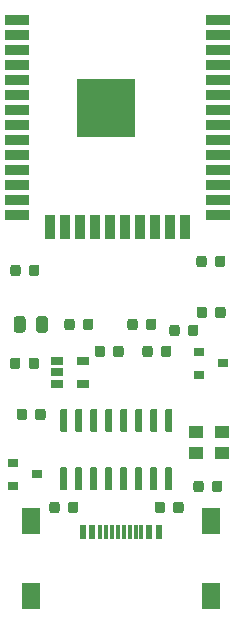
<source format=gbr>
G04 #@! TF.GenerationSoftware,KiCad,Pcbnew,5.1.5+dfsg1-2build2*
G04 #@! TF.CreationDate,2020-09-11T18:15:35+01:00*
G04 #@! TF.ProjectId,lhc_tijolo32_board,6c68635f-7469-46a6-9f6c-6f33325f626f,rev?*
G04 #@! TF.SameCoordinates,Original*
G04 #@! TF.FileFunction,Paste,Top*
G04 #@! TF.FilePolarity,Positive*
%FSLAX46Y46*%
G04 Gerber Fmt 4.6, Leading zero omitted, Abs format (unit mm)*
G04 Created by KiCad (PCBNEW 5.1.5+dfsg1-2build2) date 2020-09-11 18:15:35*
%MOMM*%
%LPD*%
G04 APERTURE LIST*
%ADD10C,0.100000*%
%ADD11R,0.300000X1.160000*%
%ADD12R,0.600000X1.160000*%
%ADD13R,0.900000X0.800000*%
%ADD14R,1.597660X2.298700*%
%ADD15R,1.060000X0.650000*%
%ADD16R,5.000000X5.000000*%
%ADD17R,2.000000X0.900000*%
%ADD18R,0.900000X2.000000*%
%ADD19R,1.300000X1.000000*%
G04 APERTURE END LIST*
D10*
G36*
X130516691Y-107730053D02*
G01*
X130537926Y-107733203D01*
X130558750Y-107738419D01*
X130578962Y-107745651D01*
X130598368Y-107754830D01*
X130616781Y-107765866D01*
X130634024Y-107778654D01*
X130649930Y-107793070D01*
X130664346Y-107808976D01*
X130677134Y-107826219D01*
X130688170Y-107844632D01*
X130697349Y-107864038D01*
X130704581Y-107884250D01*
X130709797Y-107905074D01*
X130712947Y-107926309D01*
X130714000Y-107947750D01*
X130714000Y-108460250D01*
X130712947Y-108481691D01*
X130709797Y-108502926D01*
X130704581Y-108523750D01*
X130697349Y-108543962D01*
X130688170Y-108563368D01*
X130677134Y-108581781D01*
X130664346Y-108599024D01*
X130649930Y-108614930D01*
X130634024Y-108629346D01*
X130616781Y-108642134D01*
X130598368Y-108653170D01*
X130578962Y-108662349D01*
X130558750Y-108669581D01*
X130537926Y-108674797D01*
X130516691Y-108677947D01*
X130495250Y-108679000D01*
X130057750Y-108679000D01*
X130036309Y-108677947D01*
X130015074Y-108674797D01*
X129994250Y-108669581D01*
X129974038Y-108662349D01*
X129954632Y-108653170D01*
X129936219Y-108642134D01*
X129918976Y-108629346D01*
X129903070Y-108614930D01*
X129888654Y-108599024D01*
X129875866Y-108581781D01*
X129864830Y-108563368D01*
X129855651Y-108543962D01*
X129848419Y-108523750D01*
X129843203Y-108502926D01*
X129840053Y-108481691D01*
X129839000Y-108460250D01*
X129839000Y-107947750D01*
X129840053Y-107926309D01*
X129843203Y-107905074D01*
X129848419Y-107884250D01*
X129855651Y-107864038D01*
X129864830Y-107844632D01*
X129875866Y-107826219D01*
X129888654Y-107808976D01*
X129903070Y-107793070D01*
X129918976Y-107778654D01*
X129936219Y-107765866D01*
X129954632Y-107754830D01*
X129974038Y-107745651D01*
X129994250Y-107738419D01*
X130015074Y-107733203D01*
X130036309Y-107730053D01*
X130057750Y-107729000D01*
X130495250Y-107729000D01*
X130516691Y-107730053D01*
G37*
G36*
X132091691Y-107730053D02*
G01*
X132112926Y-107733203D01*
X132133750Y-107738419D01*
X132153962Y-107745651D01*
X132173368Y-107754830D01*
X132191781Y-107765866D01*
X132209024Y-107778654D01*
X132224930Y-107793070D01*
X132239346Y-107808976D01*
X132252134Y-107826219D01*
X132263170Y-107844632D01*
X132272349Y-107864038D01*
X132279581Y-107884250D01*
X132284797Y-107905074D01*
X132287947Y-107926309D01*
X132289000Y-107947750D01*
X132289000Y-108460250D01*
X132287947Y-108481691D01*
X132284797Y-108502926D01*
X132279581Y-108523750D01*
X132272349Y-108543962D01*
X132263170Y-108563368D01*
X132252134Y-108581781D01*
X132239346Y-108599024D01*
X132224930Y-108614930D01*
X132209024Y-108629346D01*
X132191781Y-108642134D01*
X132173368Y-108653170D01*
X132153962Y-108662349D01*
X132133750Y-108669581D01*
X132112926Y-108674797D01*
X132091691Y-108677947D01*
X132070250Y-108679000D01*
X131632750Y-108679000D01*
X131611309Y-108677947D01*
X131590074Y-108674797D01*
X131569250Y-108669581D01*
X131549038Y-108662349D01*
X131529632Y-108653170D01*
X131511219Y-108642134D01*
X131493976Y-108629346D01*
X131478070Y-108614930D01*
X131463654Y-108599024D01*
X131450866Y-108581781D01*
X131439830Y-108563368D01*
X131430651Y-108543962D01*
X131423419Y-108523750D01*
X131418203Y-108502926D01*
X131415053Y-108481691D01*
X131414000Y-108460250D01*
X131414000Y-107947750D01*
X131415053Y-107926309D01*
X131418203Y-107905074D01*
X131423419Y-107884250D01*
X131430651Y-107864038D01*
X131439830Y-107844632D01*
X131450866Y-107826219D01*
X131463654Y-107808976D01*
X131478070Y-107793070D01*
X131493976Y-107778654D01*
X131511219Y-107765866D01*
X131529632Y-107754830D01*
X131549038Y-107745651D01*
X131569250Y-107738419D01*
X131590074Y-107733203D01*
X131611309Y-107730053D01*
X131632750Y-107729000D01*
X132070250Y-107729000D01*
X132091691Y-107730053D01*
G37*
G36*
X116572191Y-97316053D02*
G01*
X116593426Y-97319203D01*
X116614250Y-97324419D01*
X116634462Y-97331651D01*
X116653868Y-97340830D01*
X116672281Y-97351866D01*
X116689524Y-97364654D01*
X116705430Y-97379070D01*
X116719846Y-97394976D01*
X116732634Y-97412219D01*
X116743670Y-97430632D01*
X116752849Y-97450038D01*
X116760081Y-97470250D01*
X116765297Y-97491074D01*
X116768447Y-97512309D01*
X116769500Y-97533750D01*
X116769500Y-98046250D01*
X116768447Y-98067691D01*
X116765297Y-98088926D01*
X116760081Y-98109750D01*
X116752849Y-98129962D01*
X116743670Y-98149368D01*
X116732634Y-98167781D01*
X116719846Y-98185024D01*
X116705430Y-98200930D01*
X116689524Y-98215346D01*
X116672281Y-98228134D01*
X116653868Y-98239170D01*
X116634462Y-98248349D01*
X116614250Y-98255581D01*
X116593426Y-98260797D01*
X116572191Y-98263947D01*
X116550750Y-98265000D01*
X116113250Y-98265000D01*
X116091809Y-98263947D01*
X116070574Y-98260797D01*
X116049750Y-98255581D01*
X116029538Y-98248349D01*
X116010132Y-98239170D01*
X115991719Y-98228134D01*
X115974476Y-98215346D01*
X115958570Y-98200930D01*
X115944154Y-98185024D01*
X115931366Y-98167781D01*
X115920330Y-98149368D01*
X115911151Y-98129962D01*
X115903919Y-98109750D01*
X115898703Y-98088926D01*
X115895553Y-98067691D01*
X115894500Y-98046250D01*
X115894500Y-97533750D01*
X115895553Y-97512309D01*
X115898703Y-97491074D01*
X115903919Y-97470250D01*
X115911151Y-97450038D01*
X115920330Y-97430632D01*
X115931366Y-97412219D01*
X115944154Y-97394976D01*
X115958570Y-97379070D01*
X115974476Y-97364654D01*
X115991719Y-97351866D01*
X116010132Y-97340830D01*
X116029538Y-97331651D01*
X116049750Y-97324419D01*
X116070574Y-97319203D01*
X116091809Y-97316053D01*
X116113250Y-97315000D01*
X116550750Y-97315000D01*
X116572191Y-97316053D01*
G37*
G36*
X114997191Y-97316053D02*
G01*
X115018426Y-97319203D01*
X115039250Y-97324419D01*
X115059462Y-97331651D01*
X115078868Y-97340830D01*
X115097281Y-97351866D01*
X115114524Y-97364654D01*
X115130430Y-97379070D01*
X115144846Y-97394976D01*
X115157634Y-97412219D01*
X115168670Y-97430632D01*
X115177849Y-97450038D01*
X115185081Y-97470250D01*
X115190297Y-97491074D01*
X115193447Y-97512309D01*
X115194500Y-97533750D01*
X115194500Y-98046250D01*
X115193447Y-98067691D01*
X115190297Y-98088926D01*
X115185081Y-98109750D01*
X115177849Y-98129962D01*
X115168670Y-98149368D01*
X115157634Y-98167781D01*
X115144846Y-98185024D01*
X115130430Y-98200930D01*
X115114524Y-98215346D01*
X115097281Y-98228134D01*
X115078868Y-98239170D01*
X115059462Y-98248349D01*
X115039250Y-98255581D01*
X115018426Y-98260797D01*
X114997191Y-98263947D01*
X114975750Y-98265000D01*
X114538250Y-98265000D01*
X114516809Y-98263947D01*
X114495574Y-98260797D01*
X114474750Y-98255581D01*
X114454538Y-98248349D01*
X114435132Y-98239170D01*
X114416719Y-98228134D01*
X114399476Y-98215346D01*
X114383570Y-98200930D01*
X114369154Y-98185024D01*
X114356366Y-98167781D01*
X114345330Y-98149368D01*
X114336151Y-98129962D01*
X114328919Y-98109750D01*
X114323703Y-98088926D01*
X114320553Y-98067691D01*
X114319500Y-98046250D01*
X114319500Y-97533750D01*
X114320553Y-97512309D01*
X114323703Y-97491074D01*
X114328919Y-97470250D01*
X114336151Y-97450038D01*
X114345330Y-97430632D01*
X114356366Y-97412219D01*
X114369154Y-97394976D01*
X114383570Y-97379070D01*
X114399476Y-97364654D01*
X114416719Y-97351866D01*
X114435132Y-97340830D01*
X114454538Y-97331651D01*
X114474750Y-97324419D01*
X114495574Y-97319203D01*
X114516809Y-97316053D01*
X114538250Y-97315000D01*
X114975750Y-97315000D01*
X114997191Y-97316053D01*
G37*
G36*
X130770691Y-88680053D02*
G01*
X130791926Y-88683203D01*
X130812750Y-88688419D01*
X130832962Y-88695651D01*
X130852368Y-88704830D01*
X130870781Y-88715866D01*
X130888024Y-88728654D01*
X130903930Y-88743070D01*
X130918346Y-88758976D01*
X130931134Y-88776219D01*
X130942170Y-88794632D01*
X130951349Y-88814038D01*
X130958581Y-88834250D01*
X130963797Y-88855074D01*
X130966947Y-88876309D01*
X130968000Y-88897750D01*
X130968000Y-89410250D01*
X130966947Y-89431691D01*
X130963797Y-89452926D01*
X130958581Y-89473750D01*
X130951349Y-89493962D01*
X130942170Y-89513368D01*
X130931134Y-89531781D01*
X130918346Y-89549024D01*
X130903930Y-89564930D01*
X130888024Y-89579346D01*
X130870781Y-89592134D01*
X130852368Y-89603170D01*
X130832962Y-89612349D01*
X130812750Y-89619581D01*
X130791926Y-89624797D01*
X130770691Y-89627947D01*
X130749250Y-89629000D01*
X130311750Y-89629000D01*
X130290309Y-89627947D01*
X130269074Y-89624797D01*
X130248250Y-89619581D01*
X130228038Y-89612349D01*
X130208632Y-89603170D01*
X130190219Y-89592134D01*
X130172976Y-89579346D01*
X130157070Y-89564930D01*
X130142654Y-89549024D01*
X130129866Y-89531781D01*
X130118830Y-89513368D01*
X130109651Y-89493962D01*
X130102419Y-89473750D01*
X130097203Y-89452926D01*
X130094053Y-89431691D01*
X130093000Y-89410250D01*
X130093000Y-88897750D01*
X130094053Y-88876309D01*
X130097203Y-88855074D01*
X130102419Y-88834250D01*
X130109651Y-88814038D01*
X130118830Y-88794632D01*
X130129866Y-88776219D01*
X130142654Y-88758976D01*
X130157070Y-88743070D01*
X130172976Y-88728654D01*
X130190219Y-88715866D01*
X130208632Y-88704830D01*
X130228038Y-88695651D01*
X130248250Y-88688419D01*
X130269074Y-88683203D01*
X130290309Y-88680053D01*
X130311750Y-88679000D01*
X130749250Y-88679000D01*
X130770691Y-88680053D01*
G37*
G36*
X132345691Y-88680053D02*
G01*
X132366926Y-88683203D01*
X132387750Y-88688419D01*
X132407962Y-88695651D01*
X132427368Y-88704830D01*
X132445781Y-88715866D01*
X132463024Y-88728654D01*
X132478930Y-88743070D01*
X132493346Y-88758976D01*
X132506134Y-88776219D01*
X132517170Y-88794632D01*
X132526349Y-88814038D01*
X132533581Y-88834250D01*
X132538797Y-88855074D01*
X132541947Y-88876309D01*
X132543000Y-88897750D01*
X132543000Y-89410250D01*
X132541947Y-89431691D01*
X132538797Y-89452926D01*
X132533581Y-89473750D01*
X132526349Y-89493962D01*
X132517170Y-89513368D01*
X132506134Y-89531781D01*
X132493346Y-89549024D01*
X132478930Y-89564930D01*
X132463024Y-89579346D01*
X132445781Y-89592134D01*
X132427368Y-89603170D01*
X132407962Y-89612349D01*
X132387750Y-89619581D01*
X132366926Y-89624797D01*
X132345691Y-89627947D01*
X132324250Y-89629000D01*
X131886750Y-89629000D01*
X131865309Y-89627947D01*
X131844074Y-89624797D01*
X131823250Y-89619581D01*
X131803038Y-89612349D01*
X131783632Y-89603170D01*
X131765219Y-89592134D01*
X131747976Y-89579346D01*
X131732070Y-89564930D01*
X131717654Y-89549024D01*
X131704866Y-89531781D01*
X131693830Y-89513368D01*
X131684651Y-89493962D01*
X131677419Y-89473750D01*
X131672203Y-89452926D01*
X131669053Y-89431691D01*
X131668000Y-89410250D01*
X131668000Y-88897750D01*
X131669053Y-88876309D01*
X131672203Y-88855074D01*
X131677419Y-88834250D01*
X131684651Y-88814038D01*
X131693830Y-88794632D01*
X131704866Y-88776219D01*
X131717654Y-88758976D01*
X131732070Y-88743070D01*
X131747976Y-88728654D01*
X131765219Y-88715866D01*
X131783632Y-88704830D01*
X131803038Y-88695651D01*
X131823250Y-88688419D01*
X131844074Y-88683203D01*
X131865309Y-88680053D01*
X131886750Y-88679000D01*
X132324250Y-88679000D01*
X132345691Y-88680053D01*
G37*
G36*
X118324691Y-109508053D02*
G01*
X118345926Y-109511203D01*
X118366750Y-109516419D01*
X118386962Y-109523651D01*
X118406368Y-109532830D01*
X118424781Y-109543866D01*
X118442024Y-109556654D01*
X118457930Y-109571070D01*
X118472346Y-109586976D01*
X118485134Y-109604219D01*
X118496170Y-109622632D01*
X118505349Y-109642038D01*
X118512581Y-109662250D01*
X118517797Y-109683074D01*
X118520947Y-109704309D01*
X118522000Y-109725750D01*
X118522000Y-110238250D01*
X118520947Y-110259691D01*
X118517797Y-110280926D01*
X118512581Y-110301750D01*
X118505349Y-110321962D01*
X118496170Y-110341368D01*
X118485134Y-110359781D01*
X118472346Y-110377024D01*
X118457930Y-110392930D01*
X118442024Y-110407346D01*
X118424781Y-110420134D01*
X118406368Y-110431170D01*
X118386962Y-110440349D01*
X118366750Y-110447581D01*
X118345926Y-110452797D01*
X118324691Y-110455947D01*
X118303250Y-110457000D01*
X117865750Y-110457000D01*
X117844309Y-110455947D01*
X117823074Y-110452797D01*
X117802250Y-110447581D01*
X117782038Y-110440349D01*
X117762632Y-110431170D01*
X117744219Y-110420134D01*
X117726976Y-110407346D01*
X117711070Y-110392930D01*
X117696654Y-110377024D01*
X117683866Y-110359781D01*
X117672830Y-110341368D01*
X117663651Y-110321962D01*
X117656419Y-110301750D01*
X117651203Y-110280926D01*
X117648053Y-110259691D01*
X117647000Y-110238250D01*
X117647000Y-109725750D01*
X117648053Y-109704309D01*
X117651203Y-109683074D01*
X117656419Y-109662250D01*
X117663651Y-109642038D01*
X117672830Y-109622632D01*
X117683866Y-109604219D01*
X117696654Y-109586976D01*
X117711070Y-109571070D01*
X117726976Y-109556654D01*
X117744219Y-109543866D01*
X117762632Y-109532830D01*
X117782038Y-109523651D01*
X117802250Y-109516419D01*
X117823074Y-109511203D01*
X117844309Y-109508053D01*
X117865750Y-109507000D01*
X118303250Y-109507000D01*
X118324691Y-109508053D01*
G37*
G36*
X119899691Y-109508053D02*
G01*
X119920926Y-109511203D01*
X119941750Y-109516419D01*
X119961962Y-109523651D01*
X119981368Y-109532830D01*
X119999781Y-109543866D01*
X120017024Y-109556654D01*
X120032930Y-109571070D01*
X120047346Y-109586976D01*
X120060134Y-109604219D01*
X120071170Y-109622632D01*
X120080349Y-109642038D01*
X120087581Y-109662250D01*
X120092797Y-109683074D01*
X120095947Y-109704309D01*
X120097000Y-109725750D01*
X120097000Y-110238250D01*
X120095947Y-110259691D01*
X120092797Y-110280926D01*
X120087581Y-110301750D01*
X120080349Y-110321962D01*
X120071170Y-110341368D01*
X120060134Y-110359781D01*
X120047346Y-110377024D01*
X120032930Y-110392930D01*
X120017024Y-110407346D01*
X119999781Y-110420134D01*
X119981368Y-110431170D01*
X119961962Y-110440349D01*
X119941750Y-110447581D01*
X119920926Y-110452797D01*
X119899691Y-110455947D01*
X119878250Y-110457000D01*
X119440750Y-110457000D01*
X119419309Y-110455947D01*
X119398074Y-110452797D01*
X119377250Y-110447581D01*
X119357038Y-110440349D01*
X119337632Y-110431170D01*
X119319219Y-110420134D01*
X119301976Y-110407346D01*
X119286070Y-110392930D01*
X119271654Y-110377024D01*
X119258866Y-110359781D01*
X119247830Y-110341368D01*
X119238651Y-110321962D01*
X119231419Y-110301750D01*
X119226203Y-110280926D01*
X119223053Y-110259691D01*
X119222000Y-110238250D01*
X119222000Y-109725750D01*
X119223053Y-109704309D01*
X119226203Y-109683074D01*
X119231419Y-109662250D01*
X119238651Y-109642038D01*
X119247830Y-109622632D01*
X119258866Y-109604219D01*
X119271654Y-109586976D01*
X119286070Y-109571070D01*
X119301976Y-109556654D01*
X119319219Y-109543866D01*
X119337632Y-109532830D01*
X119357038Y-109523651D01*
X119377250Y-109516419D01*
X119398074Y-109511203D01*
X119419309Y-109508053D01*
X119440750Y-109507000D01*
X119878250Y-109507000D01*
X119899691Y-109508053D01*
G37*
G36*
X132371191Y-92998053D02*
G01*
X132392426Y-93001203D01*
X132413250Y-93006419D01*
X132433462Y-93013651D01*
X132452868Y-93022830D01*
X132471281Y-93033866D01*
X132488524Y-93046654D01*
X132504430Y-93061070D01*
X132518846Y-93076976D01*
X132531634Y-93094219D01*
X132542670Y-93112632D01*
X132551849Y-93132038D01*
X132559081Y-93152250D01*
X132564297Y-93173074D01*
X132567447Y-93194309D01*
X132568500Y-93215750D01*
X132568500Y-93728250D01*
X132567447Y-93749691D01*
X132564297Y-93770926D01*
X132559081Y-93791750D01*
X132551849Y-93811962D01*
X132542670Y-93831368D01*
X132531634Y-93849781D01*
X132518846Y-93867024D01*
X132504430Y-93882930D01*
X132488524Y-93897346D01*
X132471281Y-93910134D01*
X132452868Y-93921170D01*
X132433462Y-93930349D01*
X132413250Y-93937581D01*
X132392426Y-93942797D01*
X132371191Y-93945947D01*
X132349750Y-93947000D01*
X131912250Y-93947000D01*
X131890809Y-93945947D01*
X131869574Y-93942797D01*
X131848750Y-93937581D01*
X131828538Y-93930349D01*
X131809132Y-93921170D01*
X131790719Y-93910134D01*
X131773476Y-93897346D01*
X131757570Y-93882930D01*
X131743154Y-93867024D01*
X131730366Y-93849781D01*
X131719330Y-93831368D01*
X131710151Y-93811962D01*
X131702919Y-93791750D01*
X131697703Y-93770926D01*
X131694553Y-93749691D01*
X131693500Y-93728250D01*
X131693500Y-93215750D01*
X131694553Y-93194309D01*
X131697703Y-93173074D01*
X131702919Y-93152250D01*
X131710151Y-93132038D01*
X131719330Y-93112632D01*
X131730366Y-93094219D01*
X131743154Y-93076976D01*
X131757570Y-93061070D01*
X131773476Y-93046654D01*
X131790719Y-93033866D01*
X131809132Y-93022830D01*
X131828538Y-93013651D01*
X131848750Y-93006419D01*
X131869574Y-93001203D01*
X131890809Y-92998053D01*
X131912250Y-92997000D01*
X132349750Y-92997000D01*
X132371191Y-92998053D01*
G37*
G36*
X130796191Y-92998053D02*
G01*
X130817426Y-93001203D01*
X130838250Y-93006419D01*
X130858462Y-93013651D01*
X130877868Y-93022830D01*
X130896281Y-93033866D01*
X130913524Y-93046654D01*
X130929430Y-93061070D01*
X130943846Y-93076976D01*
X130956634Y-93094219D01*
X130967670Y-93112632D01*
X130976849Y-93132038D01*
X130984081Y-93152250D01*
X130989297Y-93173074D01*
X130992447Y-93194309D01*
X130993500Y-93215750D01*
X130993500Y-93728250D01*
X130992447Y-93749691D01*
X130989297Y-93770926D01*
X130984081Y-93791750D01*
X130976849Y-93811962D01*
X130967670Y-93831368D01*
X130956634Y-93849781D01*
X130943846Y-93867024D01*
X130929430Y-93882930D01*
X130913524Y-93897346D01*
X130896281Y-93910134D01*
X130877868Y-93921170D01*
X130858462Y-93930349D01*
X130838250Y-93937581D01*
X130817426Y-93942797D01*
X130796191Y-93945947D01*
X130774750Y-93947000D01*
X130337250Y-93947000D01*
X130315809Y-93945947D01*
X130294574Y-93942797D01*
X130273750Y-93937581D01*
X130253538Y-93930349D01*
X130234132Y-93921170D01*
X130215719Y-93910134D01*
X130198476Y-93897346D01*
X130182570Y-93882930D01*
X130168154Y-93867024D01*
X130155366Y-93849781D01*
X130144330Y-93831368D01*
X130135151Y-93811962D01*
X130127919Y-93791750D01*
X130122703Y-93770926D01*
X130119553Y-93749691D01*
X130118500Y-93728250D01*
X130118500Y-93215750D01*
X130119553Y-93194309D01*
X130122703Y-93173074D01*
X130127919Y-93152250D01*
X130135151Y-93132038D01*
X130144330Y-93112632D01*
X130155366Y-93094219D01*
X130168154Y-93076976D01*
X130182570Y-93061070D01*
X130198476Y-93046654D01*
X130215719Y-93033866D01*
X130234132Y-93022830D01*
X130253538Y-93013651D01*
X130273750Y-93006419D01*
X130294574Y-93001203D01*
X130315809Y-92998053D01*
X130337250Y-92997000D01*
X130774750Y-92997000D01*
X130796191Y-92998053D01*
G37*
G36*
X127773691Y-96300053D02*
G01*
X127794926Y-96303203D01*
X127815750Y-96308419D01*
X127835962Y-96315651D01*
X127855368Y-96324830D01*
X127873781Y-96335866D01*
X127891024Y-96348654D01*
X127906930Y-96363070D01*
X127921346Y-96378976D01*
X127934134Y-96396219D01*
X127945170Y-96414632D01*
X127954349Y-96434038D01*
X127961581Y-96454250D01*
X127966797Y-96475074D01*
X127969947Y-96496309D01*
X127971000Y-96517750D01*
X127971000Y-97030250D01*
X127969947Y-97051691D01*
X127966797Y-97072926D01*
X127961581Y-97093750D01*
X127954349Y-97113962D01*
X127945170Y-97133368D01*
X127934134Y-97151781D01*
X127921346Y-97169024D01*
X127906930Y-97184930D01*
X127891024Y-97199346D01*
X127873781Y-97212134D01*
X127855368Y-97223170D01*
X127835962Y-97232349D01*
X127815750Y-97239581D01*
X127794926Y-97244797D01*
X127773691Y-97247947D01*
X127752250Y-97249000D01*
X127314750Y-97249000D01*
X127293309Y-97247947D01*
X127272074Y-97244797D01*
X127251250Y-97239581D01*
X127231038Y-97232349D01*
X127211632Y-97223170D01*
X127193219Y-97212134D01*
X127175976Y-97199346D01*
X127160070Y-97184930D01*
X127145654Y-97169024D01*
X127132866Y-97151781D01*
X127121830Y-97133368D01*
X127112651Y-97113962D01*
X127105419Y-97093750D01*
X127100203Y-97072926D01*
X127097053Y-97051691D01*
X127096000Y-97030250D01*
X127096000Y-96517750D01*
X127097053Y-96496309D01*
X127100203Y-96475074D01*
X127105419Y-96454250D01*
X127112651Y-96434038D01*
X127121830Y-96414632D01*
X127132866Y-96396219D01*
X127145654Y-96378976D01*
X127160070Y-96363070D01*
X127175976Y-96348654D01*
X127193219Y-96335866D01*
X127211632Y-96324830D01*
X127231038Y-96315651D01*
X127251250Y-96308419D01*
X127272074Y-96303203D01*
X127293309Y-96300053D01*
X127314750Y-96299000D01*
X127752250Y-96299000D01*
X127773691Y-96300053D01*
G37*
G36*
X126198691Y-96300053D02*
G01*
X126219926Y-96303203D01*
X126240750Y-96308419D01*
X126260962Y-96315651D01*
X126280368Y-96324830D01*
X126298781Y-96335866D01*
X126316024Y-96348654D01*
X126331930Y-96363070D01*
X126346346Y-96378976D01*
X126359134Y-96396219D01*
X126370170Y-96414632D01*
X126379349Y-96434038D01*
X126386581Y-96454250D01*
X126391797Y-96475074D01*
X126394947Y-96496309D01*
X126396000Y-96517750D01*
X126396000Y-97030250D01*
X126394947Y-97051691D01*
X126391797Y-97072926D01*
X126386581Y-97093750D01*
X126379349Y-97113962D01*
X126370170Y-97133368D01*
X126359134Y-97151781D01*
X126346346Y-97169024D01*
X126331930Y-97184930D01*
X126316024Y-97199346D01*
X126298781Y-97212134D01*
X126280368Y-97223170D01*
X126260962Y-97232349D01*
X126240750Y-97239581D01*
X126219926Y-97244797D01*
X126198691Y-97247947D01*
X126177250Y-97249000D01*
X125739750Y-97249000D01*
X125718309Y-97247947D01*
X125697074Y-97244797D01*
X125676250Y-97239581D01*
X125656038Y-97232349D01*
X125636632Y-97223170D01*
X125618219Y-97212134D01*
X125600976Y-97199346D01*
X125585070Y-97184930D01*
X125570654Y-97169024D01*
X125557866Y-97151781D01*
X125546830Y-97133368D01*
X125537651Y-97113962D01*
X125530419Y-97093750D01*
X125525203Y-97072926D01*
X125522053Y-97051691D01*
X125521000Y-97030250D01*
X125521000Y-96517750D01*
X125522053Y-96496309D01*
X125525203Y-96475074D01*
X125530419Y-96454250D01*
X125537651Y-96434038D01*
X125546830Y-96414632D01*
X125557866Y-96396219D01*
X125570654Y-96378976D01*
X125585070Y-96363070D01*
X125600976Y-96348654D01*
X125618219Y-96335866D01*
X125636632Y-96324830D01*
X125656038Y-96315651D01*
X125676250Y-96308419D01*
X125697074Y-96303203D01*
X125718309Y-96300053D01*
X125739750Y-96299000D01*
X126177250Y-96299000D01*
X126198691Y-96300053D01*
G37*
G36*
X126503691Y-94014053D02*
G01*
X126524926Y-94017203D01*
X126545750Y-94022419D01*
X126565962Y-94029651D01*
X126585368Y-94038830D01*
X126603781Y-94049866D01*
X126621024Y-94062654D01*
X126636930Y-94077070D01*
X126651346Y-94092976D01*
X126664134Y-94110219D01*
X126675170Y-94128632D01*
X126684349Y-94148038D01*
X126691581Y-94168250D01*
X126696797Y-94189074D01*
X126699947Y-94210309D01*
X126701000Y-94231750D01*
X126701000Y-94744250D01*
X126699947Y-94765691D01*
X126696797Y-94786926D01*
X126691581Y-94807750D01*
X126684349Y-94827962D01*
X126675170Y-94847368D01*
X126664134Y-94865781D01*
X126651346Y-94883024D01*
X126636930Y-94898930D01*
X126621024Y-94913346D01*
X126603781Y-94926134D01*
X126585368Y-94937170D01*
X126565962Y-94946349D01*
X126545750Y-94953581D01*
X126524926Y-94958797D01*
X126503691Y-94961947D01*
X126482250Y-94963000D01*
X126044750Y-94963000D01*
X126023309Y-94961947D01*
X126002074Y-94958797D01*
X125981250Y-94953581D01*
X125961038Y-94946349D01*
X125941632Y-94937170D01*
X125923219Y-94926134D01*
X125905976Y-94913346D01*
X125890070Y-94898930D01*
X125875654Y-94883024D01*
X125862866Y-94865781D01*
X125851830Y-94847368D01*
X125842651Y-94827962D01*
X125835419Y-94807750D01*
X125830203Y-94786926D01*
X125827053Y-94765691D01*
X125826000Y-94744250D01*
X125826000Y-94231750D01*
X125827053Y-94210309D01*
X125830203Y-94189074D01*
X125835419Y-94168250D01*
X125842651Y-94148038D01*
X125851830Y-94128632D01*
X125862866Y-94110219D01*
X125875654Y-94092976D01*
X125890070Y-94077070D01*
X125905976Y-94062654D01*
X125923219Y-94049866D01*
X125941632Y-94038830D01*
X125961038Y-94029651D01*
X125981250Y-94022419D01*
X126002074Y-94017203D01*
X126023309Y-94014053D01*
X126044750Y-94013000D01*
X126482250Y-94013000D01*
X126503691Y-94014053D01*
G37*
G36*
X124928691Y-94014053D02*
G01*
X124949926Y-94017203D01*
X124970750Y-94022419D01*
X124990962Y-94029651D01*
X125010368Y-94038830D01*
X125028781Y-94049866D01*
X125046024Y-94062654D01*
X125061930Y-94077070D01*
X125076346Y-94092976D01*
X125089134Y-94110219D01*
X125100170Y-94128632D01*
X125109349Y-94148038D01*
X125116581Y-94168250D01*
X125121797Y-94189074D01*
X125124947Y-94210309D01*
X125126000Y-94231750D01*
X125126000Y-94744250D01*
X125124947Y-94765691D01*
X125121797Y-94786926D01*
X125116581Y-94807750D01*
X125109349Y-94827962D01*
X125100170Y-94847368D01*
X125089134Y-94865781D01*
X125076346Y-94883024D01*
X125061930Y-94898930D01*
X125046024Y-94913346D01*
X125028781Y-94926134D01*
X125010368Y-94937170D01*
X124990962Y-94946349D01*
X124970750Y-94953581D01*
X124949926Y-94958797D01*
X124928691Y-94961947D01*
X124907250Y-94963000D01*
X124469750Y-94963000D01*
X124448309Y-94961947D01*
X124427074Y-94958797D01*
X124406250Y-94953581D01*
X124386038Y-94946349D01*
X124366632Y-94937170D01*
X124348219Y-94926134D01*
X124330976Y-94913346D01*
X124315070Y-94898930D01*
X124300654Y-94883024D01*
X124287866Y-94865781D01*
X124276830Y-94847368D01*
X124267651Y-94827962D01*
X124260419Y-94807750D01*
X124255203Y-94786926D01*
X124252053Y-94765691D01*
X124251000Y-94744250D01*
X124251000Y-94231750D01*
X124252053Y-94210309D01*
X124255203Y-94189074D01*
X124260419Y-94168250D01*
X124267651Y-94148038D01*
X124276830Y-94128632D01*
X124287866Y-94110219D01*
X124300654Y-94092976D01*
X124315070Y-94077070D01*
X124330976Y-94062654D01*
X124348219Y-94049866D01*
X124366632Y-94038830D01*
X124386038Y-94029651D01*
X124406250Y-94022419D01*
X124427074Y-94017203D01*
X124448309Y-94014053D01*
X124469750Y-94013000D01*
X124907250Y-94013000D01*
X124928691Y-94014053D01*
G37*
G36*
X119594691Y-94014053D02*
G01*
X119615926Y-94017203D01*
X119636750Y-94022419D01*
X119656962Y-94029651D01*
X119676368Y-94038830D01*
X119694781Y-94049866D01*
X119712024Y-94062654D01*
X119727930Y-94077070D01*
X119742346Y-94092976D01*
X119755134Y-94110219D01*
X119766170Y-94128632D01*
X119775349Y-94148038D01*
X119782581Y-94168250D01*
X119787797Y-94189074D01*
X119790947Y-94210309D01*
X119792000Y-94231750D01*
X119792000Y-94744250D01*
X119790947Y-94765691D01*
X119787797Y-94786926D01*
X119782581Y-94807750D01*
X119775349Y-94827962D01*
X119766170Y-94847368D01*
X119755134Y-94865781D01*
X119742346Y-94883024D01*
X119727930Y-94898930D01*
X119712024Y-94913346D01*
X119694781Y-94926134D01*
X119676368Y-94937170D01*
X119656962Y-94946349D01*
X119636750Y-94953581D01*
X119615926Y-94958797D01*
X119594691Y-94961947D01*
X119573250Y-94963000D01*
X119135750Y-94963000D01*
X119114309Y-94961947D01*
X119093074Y-94958797D01*
X119072250Y-94953581D01*
X119052038Y-94946349D01*
X119032632Y-94937170D01*
X119014219Y-94926134D01*
X118996976Y-94913346D01*
X118981070Y-94898930D01*
X118966654Y-94883024D01*
X118953866Y-94865781D01*
X118942830Y-94847368D01*
X118933651Y-94827962D01*
X118926419Y-94807750D01*
X118921203Y-94786926D01*
X118918053Y-94765691D01*
X118917000Y-94744250D01*
X118917000Y-94231750D01*
X118918053Y-94210309D01*
X118921203Y-94189074D01*
X118926419Y-94168250D01*
X118933651Y-94148038D01*
X118942830Y-94128632D01*
X118953866Y-94110219D01*
X118966654Y-94092976D01*
X118981070Y-94077070D01*
X118996976Y-94062654D01*
X119014219Y-94049866D01*
X119032632Y-94038830D01*
X119052038Y-94029651D01*
X119072250Y-94022419D01*
X119093074Y-94017203D01*
X119114309Y-94014053D01*
X119135750Y-94013000D01*
X119573250Y-94013000D01*
X119594691Y-94014053D01*
G37*
G36*
X121169691Y-94014053D02*
G01*
X121190926Y-94017203D01*
X121211750Y-94022419D01*
X121231962Y-94029651D01*
X121251368Y-94038830D01*
X121269781Y-94049866D01*
X121287024Y-94062654D01*
X121302930Y-94077070D01*
X121317346Y-94092976D01*
X121330134Y-94110219D01*
X121341170Y-94128632D01*
X121350349Y-94148038D01*
X121357581Y-94168250D01*
X121362797Y-94189074D01*
X121365947Y-94210309D01*
X121367000Y-94231750D01*
X121367000Y-94744250D01*
X121365947Y-94765691D01*
X121362797Y-94786926D01*
X121357581Y-94807750D01*
X121350349Y-94827962D01*
X121341170Y-94847368D01*
X121330134Y-94865781D01*
X121317346Y-94883024D01*
X121302930Y-94898930D01*
X121287024Y-94913346D01*
X121269781Y-94926134D01*
X121251368Y-94937170D01*
X121231962Y-94946349D01*
X121211750Y-94953581D01*
X121190926Y-94958797D01*
X121169691Y-94961947D01*
X121148250Y-94963000D01*
X120710750Y-94963000D01*
X120689309Y-94961947D01*
X120668074Y-94958797D01*
X120647250Y-94953581D01*
X120627038Y-94946349D01*
X120607632Y-94937170D01*
X120589219Y-94926134D01*
X120571976Y-94913346D01*
X120556070Y-94898930D01*
X120541654Y-94883024D01*
X120528866Y-94865781D01*
X120517830Y-94847368D01*
X120508651Y-94827962D01*
X120501419Y-94807750D01*
X120496203Y-94786926D01*
X120493053Y-94765691D01*
X120492000Y-94744250D01*
X120492000Y-94231750D01*
X120493053Y-94210309D01*
X120496203Y-94189074D01*
X120501419Y-94168250D01*
X120508651Y-94148038D01*
X120517830Y-94128632D01*
X120528866Y-94110219D01*
X120541654Y-94092976D01*
X120556070Y-94077070D01*
X120571976Y-94062654D01*
X120589219Y-94049866D01*
X120607632Y-94038830D01*
X120627038Y-94029651D01*
X120647250Y-94022419D01*
X120668074Y-94017203D01*
X120689309Y-94014053D01*
X120710750Y-94013000D01*
X121148250Y-94013000D01*
X121169691Y-94014053D01*
G37*
G36*
X115408142Y-93789174D02*
G01*
X115431803Y-93792684D01*
X115455007Y-93798496D01*
X115477529Y-93806554D01*
X115499153Y-93816782D01*
X115519670Y-93829079D01*
X115538883Y-93843329D01*
X115556607Y-93859393D01*
X115572671Y-93877117D01*
X115586921Y-93896330D01*
X115599218Y-93916847D01*
X115609446Y-93938471D01*
X115617504Y-93960993D01*
X115623316Y-93984197D01*
X115626826Y-94007858D01*
X115628000Y-94031750D01*
X115628000Y-94944250D01*
X115626826Y-94968142D01*
X115623316Y-94991803D01*
X115617504Y-95015007D01*
X115609446Y-95037529D01*
X115599218Y-95059153D01*
X115586921Y-95079670D01*
X115572671Y-95098883D01*
X115556607Y-95116607D01*
X115538883Y-95132671D01*
X115519670Y-95146921D01*
X115499153Y-95159218D01*
X115477529Y-95169446D01*
X115455007Y-95177504D01*
X115431803Y-95183316D01*
X115408142Y-95186826D01*
X115384250Y-95188000D01*
X114896750Y-95188000D01*
X114872858Y-95186826D01*
X114849197Y-95183316D01*
X114825993Y-95177504D01*
X114803471Y-95169446D01*
X114781847Y-95159218D01*
X114761330Y-95146921D01*
X114742117Y-95132671D01*
X114724393Y-95116607D01*
X114708329Y-95098883D01*
X114694079Y-95079670D01*
X114681782Y-95059153D01*
X114671554Y-95037529D01*
X114663496Y-95015007D01*
X114657684Y-94991803D01*
X114654174Y-94968142D01*
X114653000Y-94944250D01*
X114653000Y-94031750D01*
X114654174Y-94007858D01*
X114657684Y-93984197D01*
X114663496Y-93960993D01*
X114671554Y-93938471D01*
X114681782Y-93916847D01*
X114694079Y-93896330D01*
X114708329Y-93877117D01*
X114724393Y-93859393D01*
X114742117Y-93843329D01*
X114761330Y-93829079D01*
X114781847Y-93816782D01*
X114803471Y-93806554D01*
X114825993Y-93798496D01*
X114849197Y-93792684D01*
X114872858Y-93789174D01*
X114896750Y-93788000D01*
X115384250Y-93788000D01*
X115408142Y-93789174D01*
G37*
G36*
X117283142Y-93789174D02*
G01*
X117306803Y-93792684D01*
X117330007Y-93798496D01*
X117352529Y-93806554D01*
X117374153Y-93816782D01*
X117394670Y-93829079D01*
X117413883Y-93843329D01*
X117431607Y-93859393D01*
X117447671Y-93877117D01*
X117461921Y-93896330D01*
X117474218Y-93916847D01*
X117484446Y-93938471D01*
X117492504Y-93960993D01*
X117498316Y-93984197D01*
X117501826Y-94007858D01*
X117503000Y-94031750D01*
X117503000Y-94944250D01*
X117501826Y-94968142D01*
X117498316Y-94991803D01*
X117492504Y-95015007D01*
X117484446Y-95037529D01*
X117474218Y-95059153D01*
X117461921Y-95079670D01*
X117447671Y-95098883D01*
X117431607Y-95116607D01*
X117413883Y-95132671D01*
X117394670Y-95146921D01*
X117374153Y-95159218D01*
X117352529Y-95169446D01*
X117330007Y-95177504D01*
X117306803Y-95183316D01*
X117283142Y-95186826D01*
X117259250Y-95188000D01*
X116771750Y-95188000D01*
X116747858Y-95186826D01*
X116724197Y-95183316D01*
X116700993Y-95177504D01*
X116678471Y-95169446D01*
X116656847Y-95159218D01*
X116636330Y-95146921D01*
X116617117Y-95132671D01*
X116599393Y-95116607D01*
X116583329Y-95098883D01*
X116569079Y-95079670D01*
X116556782Y-95059153D01*
X116546554Y-95037529D01*
X116538496Y-95015007D01*
X116532684Y-94991803D01*
X116529174Y-94968142D01*
X116528000Y-94944250D01*
X116528000Y-94031750D01*
X116529174Y-94007858D01*
X116532684Y-93984197D01*
X116538496Y-93960993D01*
X116546554Y-93938471D01*
X116556782Y-93916847D01*
X116569079Y-93896330D01*
X116583329Y-93877117D01*
X116599393Y-93859393D01*
X116617117Y-93843329D01*
X116636330Y-93829079D01*
X116656847Y-93816782D01*
X116678471Y-93806554D01*
X116700993Y-93798496D01*
X116724197Y-93792684D01*
X116747858Y-93789174D01*
X116771750Y-93788000D01*
X117259250Y-93788000D01*
X117283142Y-93789174D01*
G37*
D11*
X122948000Y-112044000D03*
X123448000Y-112044000D03*
X123948000Y-112044000D03*
X121948000Y-112044000D03*
X122448000Y-112044000D03*
X124948000Y-112044000D03*
X124448000Y-112044000D03*
X125448000Y-112044000D03*
D12*
X121298000Y-112044000D03*
X121298000Y-112044000D03*
X120498000Y-112044000D03*
X120498000Y-112044000D03*
X126098000Y-112044000D03*
X126898000Y-112044000D03*
X126098000Y-112044000D03*
X126898000Y-112044000D03*
D13*
X132318000Y-97790000D03*
X130318000Y-98740000D03*
X130318000Y-96840000D03*
X114570000Y-106238000D03*
X114570000Y-108138000D03*
X116570000Y-107188000D03*
D10*
G36*
X115556191Y-101634053D02*
G01*
X115577426Y-101637203D01*
X115598250Y-101642419D01*
X115618462Y-101649651D01*
X115637868Y-101658830D01*
X115656281Y-101669866D01*
X115673524Y-101682654D01*
X115689430Y-101697070D01*
X115703846Y-101712976D01*
X115716634Y-101730219D01*
X115727670Y-101748632D01*
X115736849Y-101768038D01*
X115744081Y-101788250D01*
X115749297Y-101809074D01*
X115752447Y-101830309D01*
X115753500Y-101851750D01*
X115753500Y-102364250D01*
X115752447Y-102385691D01*
X115749297Y-102406926D01*
X115744081Y-102427750D01*
X115736849Y-102447962D01*
X115727670Y-102467368D01*
X115716634Y-102485781D01*
X115703846Y-102503024D01*
X115689430Y-102518930D01*
X115673524Y-102533346D01*
X115656281Y-102546134D01*
X115637868Y-102557170D01*
X115618462Y-102566349D01*
X115598250Y-102573581D01*
X115577426Y-102578797D01*
X115556191Y-102581947D01*
X115534750Y-102583000D01*
X115097250Y-102583000D01*
X115075809Y-102581947D01*
X115054574Y-102578797D01*
X115033750Y-102573581D01*
X115013538Y-102566349D01*
X114994132Y-102557170D01*
X114975719Y-102546134D01*
X114958476Y-102533346D01*
X114942570Y-102518930D01*
X114928154Y-102503024D01*
X114915366Y-102485781D01*
X114904330Y-102467368D01*
X114895151Y-102447962D01*
X114887919Y-102427750D01*
X114882703Y-102406926D01*
X114879553Y-102385691D01*
X114878500Y-102364250D01*
X114878500Y-101851750D01*
X114879553Y-101830309D01*
X114882703Y-101809074D01*
X114887919Y-101788250D01*
X114895151Y-101768038D01*
X114904330Y-101748632D01*
X114915366Y-101730219D01*
X114928154Y-101712976D01*
X114942570Y-101697070D01*
X114958476Y-101682654D01*
X114975719Y-101669866D01*
X114994132Y-101658830D01*
X115013538Y-101649651D01*
X115033750Y-101642419D01*
X115054574Y-101637203D01*
X115075809Y-101634053D01*
X115097250Y-101633000D01*
X115534750Y-101633000D01*
X115556191Y-101634053D01*
G37*
G36*
X117131191Y-101634053D02*
G01*
X117152426Y-101637203D01*
X117173250Y-101642419D01*
X117193462Y-101649651D01*
X117212868Y-101658830D01*
X117231281Y-101669866D01*
X117248524Y-101682654D01*
X117264430Y-101697070D01*
X117278846Y-101712976D01*
X117291634Y-101730219D01*
X117302670Y-101748632D01*
X117311849Y-101768038D01*
X117319081Y-101788250D01*
X117324297Y-101809074D01*
X117327447Y-101830309D01*
X117328500Y-101851750D01*
X117328500Y-102364250D01*
X117327447Y-102385691D01*
X117324297Y-102406926D01*
X117319081Y-102427750D01*
X117311849Y-102447962D01*
X117302670Y-102467368D01*
X117291634Y-102485781D01*
X117278846Y-102503024D01*
X117264430Y-102518930D01*
X117248524Y-102533346D01*
X117231281Y-102546134D01*
X117212868Y-102557170D01*
X117193462Y-102566349D01*
X117173250Y-102573581D01*
X117152426Y-102578797D01*
X117131191Y-102581947D01*
X117109750Y-102583000D01*
X116672250Y-102583000D01*
X116650809Y-102581947D01*
X116629574Y-102578797D01*
X116608750Y-102573581D01*
X116588538Y-102566349D01*
X116569132Y-102557170D01*
X116550719Y-102546134D01*
X116533476Y-102533346D01*
X116517570Y-102518930D01*
X116503154Y-102503024D01*
X116490366Y-102485781D01*
X116479330Y-102467368D01*
X116470151Y-102447962D01*
X116462919Y-102427750D01*
X116457703Y-102406926D01*
X116454553Y-102385691D01*
X116453500Y-102364250D01*
X116453500Y-101851750D01*
X116454553Y-101830309D01*
X116457703Y-101809074D01*
X116462919Y-101788250D01*
X116470151Y-101768038D01*
X116479330Y-101748632D01*
X116490366Y-101730219D01*
X116503154Y-101712976D01*
X116517570Y-101697070D01*
X116533476Y-101682654D01*
X116550719Y-101669866D01*
X116569132Y-101658830D01*
X116588538Y-101649651D01*
X116608750Y-101642419D01*
X116629574Y-101637203D01*
X116650809Y-101634053D01*
X116672250Y-101633000D01*
X117109750Y-101633000D01*
X117131191Y-101634053D01*
G37*
G36*
X128484691Y-94522053D02*
G01*
X128505926Y-94525203D01*
X128526750Y-94530419D01*
X128546962Y-94537651D01*
X128566368Y-94546830D01*
X128584781Y-94557866D01*
X128602024Y-94570654D01*
X128617930Y-94585070D01*
X128632346Y-94600976D01*
X128645134Y-94618219D01*
X128656170Y-94636632D01*
X128665349Y-94656038D01*
X128672581Y-94676250D01*
X128677797Y-94697074D01*
X128680947Y-94718309D01*
X128682000Y-94739750D01*
X128682000Y-95252250D01*
X128680947Y-95273691D01*
X128677797Y-95294926D01*
X128672581Y-95315750D01*
X128665349Y-95335962D01*
X128656170Y-95355368D01*
X128645134Y-95373781D01*
X128632346Y-95391024D01*
X128617930Y-95406930D01*
X128602024Y-95421346D01*
X128584781Y-95434134D01*
X128566368Y-95445170D01*
X128546962Y-95454349D01*
X128526750Y-95461581D01*
X128505926Y-95466797D01*
X128484691Y-95469947D01*
X128463250Y-95471000D01*
X128025750Y-95471000D01*
X128004309Y-95469947D01*
X127983074Y-95466797D01*
X127962250Y-95461581D01*
X127942038Y-95454349D01*
X127922632Y-95445170D01*
X127904219Y-95434134D01*
X127886976Y-95421346D01*
X127871070Y-95406930D01*
X127856654Y-95391024D01*
X127843866Y-95373781D01*
X127832830Y-95355368D01*
X127823651Y-95335962D01*
X127816419Y-95315750D01*
X127811203Y-95294926D01*
X127808053Y-95273691D01*
X127807000Y-95252250D01*
X127807000Y-94739750D01*
X127808053Y-94718309D01*
X127811203Y-94697074D01*
X127816419Y-94676250D01*
X127823651Y-94656038D01*
X127832830Y-94636632D01*
X127843866Y-94618219D01*
X127856654Y-94600976D01*
X127871070Y-94585070D01*
X127886976Y-94570654D01*
X127904219Y-94557866D01*
X127922632Y-94546830D01*
X127942038Y-94537651D01*
X127962250Y-94530419D01*
X127983074Y-94525203D01*
X128004309Y-94522053D01*
X128025750Y-94521000D01*
X128463250Y-94521000D01*
X128484691Y-94522053D01*
G37*
G36*
X130059691Y-94522053D02*
G01*
X130080926Y-94525203D01*
X130101750Y-94530419D01*
X130121962Y-94537651D01*
X130141368Y-94546830D01*
X130159781Y-94557866D01*
X130177024Y-94570654D01*
X130192930Y-94585070D01*
X130207346Y-94600976D01*
X130220134Y-94618219D01*
X130231170Y-94636632D01*
X130240349Y-94656038D01*
X130247581Y-94676250D01*
X130252797Y-94697074D01*
X130255947Y-94718309D01*
X130257000Y-94739750D01*
X130257000Y-95252250D01*
X130255947Y-95273691D01*
X130252797Y-95294926D01*
X130247581Y-95315750D01*
X130240349Y-95335962D01*
X130231170Y-95355368D01*
X130220134Y-95373781D01*
X130207346Y-95391024D01*
X130192930Y-95406930D01*
X130177024Y-95421346D01*
X130159781Y-95434134D01*
X130141368Y-95445170D01*
X130121962Y-95454349D01*
X130101750Y-95461581D01*
X130080926Y-95466797D01*
X130059691Y-95469947D01*
X130038250Y-95471000D01*
X129600750Y-95471000D01*
X129579309Y-95469947D01*
X129558074Y-95466797D01*
X129537250Y-95461581D01*
X129517038Y-95454349D01*
X129497632Y-95445170D01*
X129479219Y-95434134D01*
X129461976Y-95421346D01*
X129446070Y-95406930D01*
X129431654Y-95391024D01*
X129418866Y-95373781D01*
X129407830Y-95355368D01*
X129398651Y-95335962D01*
X129391419Y-95315750D01*
X129386203Y-95294926D01*
X129383053Y-95273691D01*
X129382000Y-95252250D01*
X129382000Y-94739750D01*
X129383053Y-94718309D01*
X129386203Y-94697074D01*
X129391419Y-94676250D01*
X129398651Y-94656038D01*
X129407830Y-94636632D01*
X129418866Y-94618219D01*
X129431654Y-94600976D01*
X129446070Y-94585070D01*
X129461976Y-94570654D01*
X129479219Y-94557866D01*
X129497632Y-94546830D01*
X129517038Y-94537651D01*
X129537250Y-94530419D01*
X129558074Y-94525203D01*
X129579309Y-94522053D01*
X129600750Y-94521000D01*
X130038250Y-94521000D01*
X130059691Y-94522053D01*
G37*
G36*
X128815191Y-109508053D02*
G01*
X128836426Y-109511203D01*
X128857250Y-109516419D01*
X128877462Y-109523651D01*
X128896868Y-109532830D01*
X128915281Y-109543866D01*
X128932524Y-109556654D01*
X128948430Y-109571070D01*
X128962846Y-109586976D01*
X128975634Y-109604219D01*
X128986670Y-109622632D01*
X128995849Y-109642038D01*
X129003081Y-109662250D01*
X129008297Y-109683074D01*
X129011447Y-109704309D01*
X129012500Y-109725750D01*
X129012500Y-110238250D01*
X129011447Y-110259691D01*
X129008297Y-110280926D01*
X129003081Y-110301750D01*
X128995849Y-110321962D01*
X128986670Y-110341368D01*
X128975634Y-110359781D01*
X128962846Y-110377024D01*
X128948430Y-110392930D01*
X128932524Y-110407346D01*
X128915281Y-110420134D01*
X128896868Y-110431170D01*
X128877462Y-110440349D01*
X128857250Y-110447581D01*
X128836426Y-110452797D01*
X128815191Y-110455947D01*
X128793750Y-110457000D01*
X128356250Y-110457000D01*
X128334809Y-110455947D01*
X128313574Y-110452797D01*
X128292750Y-110447581D01*
X128272538Y-110440349D01*
X128253132Y-110431170D01*
X128234719Y-110420134D01*
X128217476Y-110407346D01*
X128201570Y-110392930D01*
X128187154Y-110377024D01*
X128174366Y-110359781D01*
X128163330Y-110341368D01*
X128154151Y-110321962D01*
X128146919Y-110301750D01*
X128141703Y-110280926D01*
X128138553Y-110259691D01*
X128137500Y-110238250D01*
X128137500Y-109725750D01*
X128138553Y-109704309D01*
X128141703Y-109683074D01*
X128146919Y-109662250D01*
X128154151Y-109642038D01*
X128163330Y-109622632D01*
X128174366Y-109604219D01*
X128187154Y-109586976D01*
X128201570Y-109571070D01*
X128217476Y-109556654D01*
X128234719Y-109543866D01*
X128253132Y-109532830D01*
X128272538Y-109523651D01*
X128292750Y-109516419D01*
X128313574Y-109511203D01*
X128334809Y-109508053D01*
X128356250Y-109507000D01*
X128793750Y-109507000D01*
X128815191Y-109508053D01*
G37*
G36*
X127240191Y-109508053D02*
G01*
X127261426Y-109511203D01*
X127282250Y-109516419D01*
X127302462Y-109523651D01*
X127321868Y-109532830D01*
X127340281Y-109543866D01*
X127357524Y-109556654D01*
X127373430Y-109571070D01*
X127387846Y-109586976D01*
X127400634Y-109604219D01*
X127411670Y-109622632D01*
X127420849Y-109642038D01*
X127428081Y-109662250D01*
X127433297Y-109683074D01*
X127436447Y-109704309D01*
X127437500Y-109725750D01*
X127437500Y-110238250D01*
X127436447Y-110259691D01*
X127433297Y-110280926D01*
X127428081Y-110301750D01*
X127420849Y-110321962D01*
X127411670Y-110341368D01*
X127400634Y-110359781D01*
X127387846Y-110377024D01*
X127373430Y-110392930D01*
X127357524Y-110407346D01*
X127340281Y-110420134D01*
X127321868Y-110431170D01*
X127302462Y-110440349D01*
X127282250Y-110447581D01*
X127261426Y-110452797D01*
X127240191Y-110455947D01*
X127218750Y-110457000D01*
X126781250Y-110457000D01*
X126759809Y-110455947D01*
X126738574Y-110452797D01*
X126717750Y-110447581D01*
X126697538Y-110440349D01*
X126678132Y-110431170D01*
X126659719Y-110420134D01*
X126642476Y-110407346D01*
X126626570Y-110392930D01*
X126612154Y-110377024D01*
X126599366Y-110359781D01*
X126588330Y-110341368D01*
X126579151Y-110321962D01*
X126571919Y-110301750D01*
X126566703Y-110280926D01*
X126563553Y-110259691D01*
X126562500Y-110238250D01*
X126562500Y-109725750D01*
X126563553Y-109704309D01*
X126566703Y-109683074D01*
X126571919Y-109662250D01*
X126579151Y-109642038D01*
X126588330Y-109622632D01*
X126599366Y-109604219D01*
X126612154Y-109586976D01*
X126626570Y-109571070D01*
X126642476Y-109556654D01*
X126659719Y-109543866D01*
X126678132Y-109532830D01*
X126697538Y-109523651D01*
X126717750Y-109516419D01*
X126738574Y-109511203D01*
X126759809Y-109508053D01*
X126781250Y-109507000D01*
X127218750Y-109507000D01*
X127240191Y-109508053D01*
G37*
G36*
X115022691Y-89442053D02*
G01*
X115043926Y-89445203D01*
X115064750Y-89450419D01*
X115084962Y-89457651D01*
X115104368Y-89466830D01*
X115122781Y-89477866D01*
X115140024Y-89490654D01*
X115155930Y-89505070D01*
X115170346Y-89520976D01*
X115183134Y-89538219D01*
X115194170Y-89556632D01*
X115203349Y-89576038D01*
X115210581Y-89596250D01*
X115215797Y-89617074D01*
X115218947Y-89638309D01*
X115220000Y-89659750D01*
X115220000Y-90172250D01*
X115218947Y-90193691D01*
X115215797Y-90214926D01*
X115210581Y-90235750D01*
X115203349Y-90255962D01*
X115194170Y-90275368D01*
X115183134Y-90293781D01*
X115170346Y-90311024D01*
X115155930Y-90326930D01*
X115140024Y-90341346D01*
X115122781Y-90354134D01*
X115104368Y-90365170D01*
X115084962Y-90374349D01*
X115064750Y-90381581D01*
X115043926Y-90386797D01*
X115022691Y-90389947D01*
X115001250Y-90391000D01*
X114563750Y-90391000D01*
X114542309Y-90389947D01*
X114521074Y-90386797D01*
X114500250Y-90381581D01*
X114480038Y-90374349D01*
X114460632Y-90365170D01*
X114442219Y-90354134D01*
X114424976Y-90341346D01*
X114409070Y-90326930D01*
X114394654Y-90311024D01*
X114381866Y-90293781D01*
X114370830Y-90275368D01*
X114361651Y-90255962D01*
X114354419Y-90235750D01*
X114349203Y-90214926D01*
X114346053Y-90193691D01*
X114345000Y-90172250D01*
X114345000Y-89659750D01*
X114346053Y-89638309D01*
X114349203Y-89617074D01*
X114354419Y-89596250D01*
X114361651Y-89576038D01*
X114370830Y-89556632D01*
X114381866Y-89538219D01*
X114394654Y-89520976D01*
X114409070Y-89505070D01*
X114424976Y-89490654D01*
X114442219Y-89477866D01*
X114460632Y-89466830D01*
X114480038Y-89457651D01*
X114500250Y-89450419D01*
X114521074Y-89445203D01*
X114542309Y-89442053D01*
X114563750Y-89441000D01*
X115001250Y-89441000D01*
X115022691Y-89442053D01*
G37*
G36*
X116597691Y-89442053D02*
G01*
X116618926Y-89445203D01*
X116639750Y-89450419D01*
X116659962Y-89457651D01*
X116679368Y-89466830D01*
X116697781Y-89477866D01*
X116715024Y-89490654D01*
X116730930Y-89505070D01*
X116745346Y-89520976D01*
X116758134Y-89538219D01*
X116769170Y-89556632D01*
X116778349Y-89576038D01*
X116785581Y-89596250D01*
X116790797Y-89617074D01*
X116793947Y-89638309D01*
X116795000Y-89659750D01*
X116795000Y-90172250D01*
X116793947Y-90193691D01*
X116790797Y-90214926D01*
X116785581Y-90235750D01*
X116778349Y-90255962D01*
X116769170Y-90275368D01*
X116758134Y-90293781D01*
X116745346Y-90311024D01*
X116730930Y-90326930D01*
X116715024Y-90341346D01*
X116697781Y-90354134D01*
X116679368Y-90365170D01*
X116659962Y-90374349D01*
X116639750Y-90381581D01*
X116618926Y-90386797D01*
X116597691Y-90389947D01*
X116576250Y-90391000D01*
X116138750Y-90391000D01*
X116117309Y-90389947D01*
X116096074Y-90386797D01*
X116075250Y-90381581D01*
X116055038Y-90374349D01*
X116035632Y-90365170D01*
X116017219Y-90354134D01*
X115999976Y-90341346D01*
X115984070Y-90326930D01*
X115969654Y-90311024D01*
X115956866Y-90293781D01*
X115945830Y-90275368D01*
X115936651Y-90255962D01*
X115929419Y-90235750D01*
X115924203Y-90214926D01*
X115921053Y-90193691D01*
X115920000Y-90172250D01*
X115920000Y-89659750D01*
X115921053Y-89638309D01*
X115924203Y-89617074D01*
X115929419Y-89596250D01*
X115936651Y-89576038D01*
X115945830Y-89556632D01*
X115956866Y-89538219D01*
X115969654Y-89520976D01*
X115984070Y-89505070D01*
X115999976Y-89490654D01*
X116017219Y-89477866D01*
X116035632Y-89466830D01*
X116055038Y-89457651D01*
X116075250Y-89450419D01*
X116096074Y-89445203D01*
X116117309Y-89442053D01*
X116138750Y-89441000D01*
X116576250Y-89441000D01*
X116597691Y-89442053D01*
G37*
G36*
X123735191Y-96300053D02*
G01*
X123756426Y-96303203D01*
X123777250Y-96308419D01*
X123797462Y-96315651D01*
X123816868Y-96324830D01*
X123835281Y-96335866D01*
X123852524Y-96348654D01*
X123868430Y-96363070D01*
X123882846Y-96378976D01*
X123895634Y-96396219D01*
X123906670Y-96414632D01*
X123915849Y-96434038D01*
X123923081Y-96454250D01*
X123928297Y-96475074D01*
X123931447Y-96496309D01*
X123932500Y-96517750D01*
X123932500Y-97030250D01*
X123931447Y-97051691D01*
X123928297Y-97072926D01*
X123923081Y-97093750D01*
X123915849Y-97113962D01*
X123906670Y-97133368D01*
X123895634Y-97151781D01*
X123882846Y-97169024D01*
X123868430Y-97184930D01*
X123852524Y-97199346D01*
X123835281Y-97212134D01*
X123816868Y-97223170D01*
X123797462Y-97232349D01*
X123777250Y-97239581D01*
X123756426Y-97244797D01*
X123735191Y-97247947D01*
X123713750Y-97249000D01*
X123276250Y-97249000D01*
X123254809Y-97247947D01*
X123233574Y-97244797D01*
X123212750Y-97239581D01*
X123192538Y-97232349D01*
X123173132Y-97223170D01*
X123154719Y-97212134D01*
X123137476Y-97199346D01*
X123121570Y-97184930D01*
X123107154Y-97169024D01*
X123094366Y-97151781D01*
X123083330Y-97133368D01*
X123074151Y-97113962D01*
X123066919Y-97093750D01*
X123061703Y-97072926D01*
X123058553Y-97051691D01*
X123057500Y-97030250D01*
X123057500Y-96517750D01*
X123058553Y-96496309D01*
X123061703Y-96475074D01*
X123066919Y-96454250D01*
X123074151Y-96434038D01*
X123083330Y-96414632D01*
X123094366Y-96396219D01*
X123107154Y-96378976D01*
X123121570Y-96363070D01*
X123137476Y-96348654D01*
X123154719Y-96335866D01*
X123173132Y-96324830D01*
X123192538Y-96315651D01*
X123212750Y-96308419D01*
X123233574Y-96303203D01*
X123254809Y-96300053D01*
X123276250Y-96299000D01*
X123713750Y-96299000D01*
X123735191Y-96300053D01*
G37*
G36*
X122160191Y-96300053D02*
G01*
X122181426Y-96303203D01*
X122202250Y-96308419D01*
X122222462Y-96315651D01*
X122241868Y-96324830D01*
X122260281Y-96335866D01*
X122277524Y-96348654D01*
X122293430Y-96363070D01*
X122307846Y-96378976D01*
X122320634Y-96396219D01*
X122331670Y-96414632D01*
X122340849Y-96434038D01*
X122348081Y-96454250D01*
X122353297Y-96475074D01*
X122356447Y-96496309D01*
X122357500Y-96517750D01*
X122357500Y-97030250D01*
X122356447Y-97051691D01*
X122353297Y-97072926D01*
X122348081Y-97093750D01*
X122340849Y-97113962D01*
X122331670Y-97133368D01*
X122320634Y-97151781D01*
X122307846Y-97169024D01*
X122293430Y-97184930D01*
X122277524Y-97199346D01*
X122260281Y-97212134D01*
X122241868Y-97223170D01*
X122222462Y-97232349D01*
X122202250Y-97239581D01*
X122181426Y-97244797D01*
X122160191Y-97247947D01*
X122138750Y-97249000D01*
X121701250Y-97249000D01*
X121679809Y-97247947D01*
X121658574Y-97244797D01*
X121637750Y-97239581D01*
X121617538Y-97232349D01*
X121598132Y-97223170D01*
X121579719Y-97212134D01*
X121562476Y-97199346D01*
X121546570Y-97184930D01*
X121532154Y-97169024D01*
X121519366Y-97151781D01*
X121508330Y-97133368D01*
X121499151Y-97113962D01*
X121491919Y-97093750D01*
X121486703Y-97072926D01*
X121483553Y-97051691D01*
X121482500Y-97030250D01*
X121482500Y-96517750D01*
X121483553Y-96496309D01*
X121486703Y-96475074D01*
X121491919Y-96454250D01*
X121499151Y-96434038D01*
X121508330Y-96414632D01*
X121519366Y-96396219D01*
X121532154Y-96378976D01*
X121546570Y-96363070D01*
X121562476Y-96348654D01*
X121579719Y-96335866D01*
X121598132Y-96324830D01*
X121617538Y-96315651D01*
X121637750Y-96308419D01*
X121658574Y-96303203D01*
X121679809Y-96300053D01*
X121701250Y-96299000D01*
X122138750Y-96299000D01*
X122160191Y-96300053D01*
G37*
D14*
X131318000Y-117449600D03*
X131318000Y-111150400D03*
X116078000Y-111150400D03*
X116078000Y-117449600D03*
D15*
X118280000Y-97602000D03*
X118280000Y-98552000D03*
X118280000Y-99502000D03*
X120480000Y-99502000D03*
X120480000Y-97602000D03*
D10*
G36*
X119036703Y-106591722D02*
G01*
X119051264Y-106593882D01*
X119065543Y-106597459D01*
X119079403Y-106602418D01*
X119092710Y-106608712D01*
X119105336Y-106616280D01*
X119117159Y-106625048D01*
X119128066Y-106634934D01*
X119137952Y-106645841D01*
X119146720Y-106657664D01*
X119154288Y-106670290D01*
X119160582Y-106683597D01*
X119165541Y-106697457D01*
X119169118Y-106711736D01*
X119171278Y-106726297D01*
X119172000Y-106741000D01*
X119172000Y-108391000D01*
X119171278Y-108405703D01*
X119169118Y-108420264D01*
X119165541Y-108434543D01*
X119160582Y-108448403D01*
X119154288Y-108461710D01*
X119146720Y-108474336D01*
X119137952Y-108486159D01*
X119128066Y-108497066D01*
X119117159Y-108506952D01*
X119105336Y-108515720D01*
X119092710Y-108523288D01*
X119079403Y-108529582D01*
X119065543Y-108534541D01*
X119051264Y-108538118D01*
X119036703Y-108540278D01*
X119022000Y-108541000D01*
X118722000Y-108541000D01*
X118707297Y-108540278D01*
X118692736Y-108538118D01*
X118678457Y-108534541D01*
X118664597Y-108529582D01*
X118651290Y-108523288D01*
X118638664Y-108515720D01*
X118626841Y-108506952D01*
X118615934Y-108497066D01*
X118606048Y-108486159D01*
X118597280Y-108474336D01*
X118589712Y-108461710D01*
X118583418Y-108448403D01*
X118578459Y-108434543D01*
X118574882Y-108420264D01*
X118572722Y-108405703D01*
X118572000Y-108391000D01*
X118572000Y-106741000D01*
X118572722Y-106726297D01*
X118574882Y-106711736D01*
X118578459Y-106697457D01*
X118583418Y-106683597D01*
X118589712Y-106670290D01*
X118597280Y-106657664D01*
X118606048Y-106645841D01*
X118615934Y-106634934D01*
X118626841Y-106625048D01*
X118638664Y-106616280D01*
X118651290Y-106608712D01*
X118664597Y-106602418D01*
X118678457Y-106597459D01*
X118692736Y-106593882D01*
X118707297Y-106591722D01*
X118722000Y-106591000D01*
X119022000Y-106591000D01*
X119036703Y-106591722D01*
G37*
G36*
X120306703Y-106591722D02*
G01*
X120321264Y-106593882D01*
X120335543Y-106597459D01*
X120349403Y-106602418D01*
X120362710Y-106608712D01*
X120375336Y-106616280D01*
X120387159Y-106625048D01*
X120398066Y-106634934D01*
X120407952Y-106645841D01*
X120416720Y-106657664D01*
X120424288Y-106670290D01*
X120430582Y-106683597D01*
X120435541Y-106697457D01*
X120439118Y-106711736D01*
X120441278Y-106726297D01*
X120442000Y-106741000D01*
X120442000Y-108391000D01*
X120441278Y-108405703D01*
X120439118Y-108420264D01*
X120435541Y-108434543D01*
X120430582Y-108448403D01*
X120424288Y-108461710D01*
X120416720Y-108474336D01*
X120407952Y-108486159D01*
X120398066Y-108497066D01*
X120387159Y-108506952D01*
X120375336Y-108515720D01*
X120362710Y-108523288D01*
X120349403Y-108529582D01*
X120335543Y-108534541D01*
X120321264Y-108538118D01*
X120306703Y-108540278D01*
X120292000Y-108541000D01*
X119992000Y-108541000D01*
X119977297Y-108540278D01*
X119962736Y-108538118D01*
X119948457Y-108534541D01*
X119934597Y-108529582D01*
X119921290Y-108523288D01*
X119908664Y-108515720D01*
X119896841Y-108506952D01*
X119885934Y-108497066D01*
X119876048Y-108486159D01*
X119867280Y-108474336D01*
X119859712Y-108461710D01*
X119853418Y-108448403D01*
X119848459Y-108434543D01*
X119844882Y-108420264D01*
X119842722Y-108405703D01*
X119842000Y-108391000D01*
X119842000Y-106741000D01*
X119842722Y-106726297D01*
X119844882Y-106711736D01*
X119848459Y-106697457D01*
X119853418Y-106683597D01*
X119859712Y-106670290D01*
X119867280Y-106657664D01*
X119876048Y-106645841D01*
X119885934Y-106634934D01*
X119896841Y-106625048D01*
X119908664Y-106616280D01*
X119921290Y-106608712D01*
X119934597Y-106602418D01*
X119948457Y-106597459D01*
X119962736Y-106593882D01*
X119977297Y-106591722D01*
X119992000Y-106591000D01*
X120292000Y-106591000D01*
X120306703Y-106591722D01*
G37*
G36*
X121576703Y-106591722D02*
G01*
X121591264Y-106593882D01*
X121605543Y-106597459D01*
X121619403Y-106602418D01*
X121632710Y-106608712D01*
X121645336Y-106616280D01*
X121657159Y-106625048D01*
X121668066Y-106634934D01*
X121677952Y-106645841D01*
X121686720Y-106657664D01*
X121694288Y-106670290D01*
X121700582Y-106683597D01*
X121705541Y-106697457D01*
X121709118Y-106711736D01*
X121711278Y-106726297D01*
X121712000Y-106741000D01*
X121712000Y-108391000D01*
X121711278Y-108405703D01*
X121709118Y-108420264D01*
X121705541Y-108434543D01*
X121700582Y-108448403D01*
X121694288Y-108461710D01*
X121686720Y-108474336D01*
X121677952Y-108486159D01*
X121668066Y-108497066D01*
X121657159Y-108506952D01*
X121645336Y-108515720D01*
X121632710Y-108523288D01*
X121619403Y-108529582D01*
X121605543Y-108534541D01*
X121591264Y-108538118D01*
X121576703Y-108540278D01*
X121562000Y-108541000D01*
X121262000Y-108541000D01*
X121247297Y-108540278D01*
X121232736Y-108538118D01*
X121218457Y-108534541D01*
X121204597Y-108529582D01*
X121191290Y-108523288D01*
X121178664Y-108515720D01*
X121166841Y-108506952D01*
X121155934Y-108497066D01*
X121146048Y-108486159D01*
X121137280Y-108474336D01*
X121129712Y-108461710D01*
X121123418Y-108448403D01*
X121118459Y-108434543D01*
X121114882Y-108420264D01*
X121112722Y-108405703D01*
X121112000Y-108391000D01*
X121112000Y-106741000D01*
X121112722Y-106726297D01*
X121114882Y-106711736D01*
X121118459Y-106697457D01*
X121123418Y-106683597D01*
X121129712Y-106670290D01*
X121137280Y-106657664D01*
X121146048Y-106645841D01*
X121155934Y-106634934D01*
X121166841Y-106625048D01*
X121178664Y-106616280D01*
X121191290Y-106608712D01*
X121204597Y-106602418D01*
X121218457Y-106597459D01*
X121232736Y-106593882D01*
X121247297Y-106591722D01*
X121262000Y-106591000D01*
X121562000Y-106591000D01*
X121576703Y-106591722D01*
G37*
G36*
X122846703Y-106591722D02*
G01*
X122861264Y-106593882D01*
X122875543Y-106597459D01*
X122889403Y-106602418D01*
X122902710Y-106608712D01*
X122915336Y-106616280D01*
X122927159Y-106625048D01*
X122938066Y-106634934D01*
X122947952Y-106645841D01*
X122956720Y-106657664D01*
X122964288Y-106670290D01*
X122970582Y-106683597D01*
X122975541Y-106697457D01*
X122979118Y-106711736D01*
X122981278Y-106726297D01*
X122982000Y-106741000D01*
X122982000Y-108391000D01*
X122981278Y-108405703D01*
X122979118Y-108420264D01*
X122975541Y-108434543D01*
X122970582Y-108448403D01*
X122964288Y-108461710D01*
X122956720Y-108474336D01*
X122947952Y-108486159D01*
X122938066Y-108497066D01*
X122927159Y-108506952D01*
X122915336Y-108515720D01*
X122902710Y-108523288D01*
X122889403Y-108529582D01*
X122875543Y-108534541D01*
X122861264Y-108538118D01*
X122846703Y-108540278D01*
X122832000Y-108541000D01*
X122532000Y-108541000D01*
X122517297Y-108540278D01*
X122502736Y-108538118D01*
X122488457Y-108534541D01*
X122474597Y-108529582D01*
X122461290Y-108523288D01*
X122448664Y-108515720D01*
X122436841Y-108506952D01*
X122425934Y-108497066D01*
X122416048Y-108486159D01*
X122407280Y-108474336D01*
X122399712Y-108461710D01*
X122393418Y-108448403D01*
X122388459Y-108434543D01*
X122384882Y-108420264D01*
X122382722Y-108405703D01*
X122382000Y-108391000D01*
X122382000Y-106741000D01*
X122382722Y-106726297D01*
X122384882Y-106711736D01*
X122388459Y-106697457D01*
X122393418Y-106683597D01*
X122399712Y-106670290D01*
X122407280Y-106657664D01*
X122416048Y-106645841D01*
X122425934Y-106634934D01*
X122436841Y-106625048D01*
X122448664Y-106616280D01*
X122461290Y-106608712D01*
X122474597Y-106602418D01*
X122488457Y-106597459D01*
X122502736Y-106593882D01*
X122517297Y-106591722D01*
X122532000Y-106591000D01*
X122832000Y-106591000D01*
X122846703Y-106591722D01*
G37*
G36*
X124116703Y-106591722D02*
G01*
X124131264Y-106593882D01*
X124145543Y-106597459D01*
X124159403Y-106602418D01*
X124172710Y-106608712D01*
X124185336Y-106616280D01*
X124197159Y-106625048D01*
X124208066Y-106634934D01*
X124217952Y-106645841D01*
X124226720Y-106657664D01*
X124234288Y-106670290D01*
X124240582Y-106683597D01*
X124245541Y-106697457D01*
X124249118Y-106711736D01*
X124251278Y-106726297D01*
X124252000Y-106741000D01*
X124252000Y-108391000D01*
X124251278Y-108405703D01*
X124249118Y-108420264D01*
X124245541Y-108434543D01*
X124240582Y-108448403D01*
X124234288Y-108461710D01*
X124226720Y-108474336D01*
X124217952Y-108486159D01*
X124208066Y-108497066D01*
X124197159Y-108506952D01*
X124185336Y-108515720D01*
X124172710Y-108523288D01*
X124159403Y-108529582D01*
X124145543Y-108534541D01*
X124131264Y-108538118D01*
X124116703Y-108540278D01*
X124102000Y-108541000D01*
X123802000Y-108541000D01*
X123787297Y-108540278D01*
X123772736Y-108538118D01*
X123758457Y-108534541D01*
X123744597Y-108529582D01*
X123731290Y-108523288D01*
X123718664Y-108515720D01*
X123706841Y-108506952D01*
X123695934Y-108497066D01*
X123686048Y-108486159D01*
X123677280Y-108474336D01*
X123669712Y-108461710D01*
X123663418Y-108448403D01*
X123658459Y-108434543D01*
X123654882Y-108420264D01*
X123652722Y-108405703D01*
X123652000Y-108391000D01*
X123652000Y-106741000D01*
X123652722Y-106726297D01*
X123654882Y-106711736D01*
X123658459Y-106697457D01*
X123663418Y-106683597D01*
X123669712Y-106670290D01*
X123677280Y-106657664D01*
X123686048Y-106645841D01*
X123695934Y-106634934D01*
X123706841Y-106625048D01*
X123718664Y-106616280D01*
X123731290Y-106608712D01*
X123744597Y-106602418D01*
X123758457Y-106597459D01*
X123772736Y-106593882D01*
X123787297Y-106591722D01*
X123802000Y-106591000D01*
X124102000Y-106591000D01*
X124116703Y-106591722D01*
G37*
G36*
X125386703Y-106591722D02*
G01*
X125401264Y-106593882D01*
X125415543Y-106597459D01*
X125429403Y-106602418D01*
X125442710Y-106608712D01*
X125455336Y-106616280D01*
X125467159Y-106625048D01*
X125478066Y-106634934D01*
X125487952Y-106645841D01*
X125496720Y-106657664D01*
X125504288Y-106670290D01*
X125510582Y-106683597D01*
X125515541Y-106697457D01*
X125519118Y-106711736D01*
X125521278Y-106726297D01*
X125522000Y-106741000D01*
X125522000Y-108391000D01*
X125521278Y-108405703D01*
X125519118Y-108420264D01*
X125515541Y-108434543D01*
X125510582Y-108448403D01*
X125504288Y-108461710D01*
X125496720Y-108474336D01*
X125487952Y-108486159D01*
X125478066Y-108497066D01*
X125467159Y-108506952D01*
X125455336Y-108515720D01*
X125442710Y-108523288D01*
X125429403Y-108529582D01*
X125415543Y-108534541D01*
X125401264Y-108538118D01*
X125386703Y-108540278D01*
X125372000Y-108541000D01*
X125072000Y-108541000D01*
X125057297Y-108540278D01*
X125042736Y-108538118D01*
X125028457Y-108534541D01*
X125014597Y-108529582D01*
X125001290Y-108523288D01*
X124988664Y-108515720D01*
X124976841Y-108506952D01*
X124965934Y-108497066D01*
X124956048Y-108486159D01*
X124947280Y-108474336D01*
X124939712Y-108461710D01*
X124933418Y-108448403D01*
X124928459Y-108434543D01*
X124924882Y-108420264D01*
X124922722Y-108405703D01*
X124922000Y-108391000D01*
X124922000Y-106741000D01*
X124922722Y-106726297D01*
X124924882Y-106711736D01*
X124928459Y-106697457D01*
X124933418Y-106683597D01*
X124939712Y-106670290D01*
X124947280Y-106657664D01*
X124956048Y-106645841D01*
X124965934Y-106634934D01*
X124976841Y-106625048D01*
X124988664Y-106616280D01*
X125001290Y-106608712D01*
X125014597Y-106602418D01*
X125028457Y-106597459D01*
X125042736Y-106593882D01*
X125057297Y-106591722D01*
X125072000Y-106591000D01*
X125372000Y-106591000D01*
X125386703Y-106591722D01*
G37*
G36*
X126656703Y-106591722D02*
G01*
X126671264Y-106593882D01*
X126685543Y-106597459D01*
X126699403Y-106602418D01*
X126712710Y-106608712D01*
X126725336Y-106616280D01*
X126737159Y-106625048D01*
X126748066Y-106634934D01*
X126757952Y-106645841D01*
X126766720Y-106657664D01*
X126774288Y-106670290D01*
X126780582Y-106683597D01*
X126785541Y-106697457D01*
X126789118Y-106711736D01*
X126791278Y-106726297D01*
X126792000Y-106741000D01*
X126792000Y-108391000D01*
X126791278Y-108405703D01*
X126789118Y-108420264D01*
X126785541Y-108434543D01*
X126780582Y-108448403D01*
X126774288Y-108461710D01*
X126766720Y-108474336D01*
X126757952Y-108486159D01*
X126748066Y-108497066D01*
X126737159Y-108506952D01*
X126725336Y-108515720D01*
X126712710Y-108523288D01*
X126699403Y-108529582D01*
X126685543Y-108534541D01*
X126671264Y-108538118D01*
X126656703Y-108540278D01*
X126642000Y-108541000D01*
X126342000Y-108541000D01*
X126327297Y-108540278D01*
X126312736Y-108538118D01*
X126298457Y-108534541D01*
X126284597Y-108529582D01*
X126271290Y-108523288D01*
X126258664Y-108515720D01*
X126246841Y-108506952D01*
X126235934Y-108497066D01*
X126226048Y-108486159D01*
X126217280Y-108474336D01*
X126209712Y-108461710D01*
X126203418Y-108448403D01*
X126198459Y-108434543D01*
X126194882Y-108420264D01*
X126192722Y-108405703D01*
X126192000Y-108391000D01*
X126192000Y-106741000D01*
X126192722Y-106726297D01*
X126194882Y-106711736D01*
X126198459Y-106697457D01*
X126203418Y-106683597D01*
X126209712Y-106670290D01*
X126217280Y-106657664D01*
X126226048Y-106645841D01*
X126235934Y-106634934D01*
X126246841Y-106625048D01*
X126258664Y-106616280D01*
X126271290Y-106608712D01*
X126284597Y-106602418D01*
X126298457Y-106597459D01*
X126312736Y-106593882D01*
X126327297Y-106591722D01*
X126342000Y-106591000D01*
X126642000Y-106591000D01*
X126656703Y-106591722D01*
G37*
G36*
X127926703Y-106591722D02*
G01*
X127941264Y-106593882D01*
X127955543Y-106597459D01*
X127969403Y-106602418D01*
X127982710Y-106608712D01*
X127995336Y-106616280D01*
X128007159Y-106625048D01*
X128018066Y-106634934D01*
X128027952Y-106645841D01*
X128036720Y-106657664D01*
X128044288Y-106670290D01*
X128050582Y-106683597D01*
X128055541Y-106697457D01*
X128059118Y-106711736D01*
X128061278Y-106726297D01*
X128062000Y-106741000D01*
X128062000Y-108391000D01*
X128061278Y-108405703D01*
X128059118Y-108420264D01*
X128055541Y-108434543D01*
X128050582Y-108448403D01*
X128044288Y-108461710D01*
X128036720Y-108474336D01*
X128027952Y-108486159D01*
X128018066Y-108497066D01*
X128007159Y-108506952D01*
X127995336Y-108515720D01*
X127982710Y-108523288D01*
X127969403Y-108529582D01*
X127955543Y-108534541D01*
X127941264Y-108538118D01*
X127926703Y-108540278D01*
X127912000Y-108541000D01*
X127612000Y-108541000D01*
X127597297Y-108540278D01*
X127582736Y-108538118D01*
X127568457Y-108534541D01*
X127554597Y-108529582D01*
X127541290Y-108523288D01*
X127528664Y-108515720D01*
X127516841Y-108506952D01*
X127505934Y-108497066D01*
X127496048Y-108486159D01*
X127487280Y-108474336D01*
X127479712Y-108461710D01*
X127473418Y-108448403D01*
X127468459Y-108434543D01*
X127464882Y-108420264D01*
X127462722Y-108405703D01*
X127462000Y-108391000D01*
X127462000Y-106741000D01*
X127462722Y-106726297D01*
X127464882Y-106711736D01*
X127468459Y-106697457D01*
X127473418Y-106683597D01*
X127479712Y-106670290D01*
X127487280Y-106657664D01*
X127496048Y-106645841D01*
X127505934Y-106634934D01*
X127516841Y-106625048D01*
X127528664Y-106616280D01*
X127541290Y-106608712D01*
X127554597Y-106602418D01*
X127568457Y-106597459D01*
X127582736Y-106593882D01*
X127597297Y-106591722D01*
X127612000Y-106591000D01*
X127912000Y-106591000D01*
X127926703Y-106591722D01*
G37*
G36*
X127926703Y-101641722D02*
G01*
X127941264Y-101643882D01*
X127955543Y-101647459D01*
X127969403Y-101652418D01*
X127982710Y-101658712D01*
X127995336Y-101666280D01*
X128007159Y-101675048D01*
X128018066Y-101684934D01*
X128027952Y-101695841D01*
X128036720Y-101707664D01*
X128044288Y-101720290D01*
X128050582Y-101733597D01*
X128055541Y-101747457D01*
X128059118Y-101761736D01*
X128061278Y-101776297D01*
X128062000Y-101791000D01*
X128062000Y-103441000D01*
X128061278Y-103455703D01*
X128059118Y-103470264D01*
X128055541Y-103484543D01*
X128050582Y-103498403D01*
X128044288Y-103511710D01*
X128036720Y-103524336D01*
X128027952Y-103536159D01*
X128018066Y-103547066D01*
X128007159Y-103556952D01*
X127995336Y-103565720D01*
X127982710Y-103573288D01*
X127969403Y-103579582D01*
X127955543Y-103584541D01*
X127941264Y-103588118D01*
X127926703Y-103590278D01*
X127912000Y-103591000D01*
X127612000Y-103591000D01*
X127597297Y-103590278D01*
X127582736Y-103588118D01*
X127568457Y-103584541D01*
X127554597Y-103579582D01*
X127541290Y-103573288D01*
X127528664Y-103565720D01*
X127516841Y-103556952D01*
X127505934Y-103547066D01*
X127496048Y-103536159D01*
X127487280Y-103524336D01*
X127479712Y-103511710D01*
X127473418Y-103498403D01*
X127468459Y-103484543D01*
X127464882Y-103470264D01*
X127462722Y-103455703D01*
X127462000Y-103441000D01*
X127462000Y-101791000D01*
X127462722Y-101776297D01*
X127464882Y-101761736D01*
X127468459Y-101747457D01*
X127473418Y-101733597D01*
X127479712Y-101720290D01*
X127487280Y-101707664D01*
X127496048Y-101695841D01*
X127505934Y-101684934D01*
X127516841Y-101675048D01*
X127528664Y-101666280D01*
X127541290Y-101658712D01*
X127554597Y-101652418D01*
X127568457Y-101647459D01*
X127582736Y-101643882D01*
X127597297Y-101641722D01*
X127612000Y-101641000D01*
X127912000Y-101641000D01*
X127926703Y-101641722D01*
G37*
G36*
X126656703Y-101641722D02*
G01*
X126671264Y-101643882D01*
X126685543Y-101647459D01*
X126699403Y-101652418D01*
X126712710Y-101658712D01*
X126725336Y-101666280D01*
X126737159Y-101675048D01*
X126748066Y-101684934D01*
X126757952Y-101695841D01*
X126766720Y-101707664D01*
X126774288Y-101720290D01*
X126780582Y-101733597D01*
X126785541Y-101747457D01*
X126789118Y-101761736D01*
X126791278Y-101776297D01*
X126792000Y-101791000D01*
X126792000Y-103441000D01*
X126791278Y-103455703D01*
X126789118Y-103470264D01*
X126785541Y-103484543D01*
X126780582Y-103498403D01*
X126774288Y-103511710D01*
X126766720Y-103524336D01*
X126757952Y-103536159D01*
X126748066Y-103547066D01*
X126737159Y-103556952D01*
X126725336Y-103565720D01*
X126712710Y-103573288D01*
X126699403Y-103579582D01*
X126685543Y-103584541D01*
X126671264Y-103588118D01*
X126656703Y-103590278D01*
X126642000Y-103591000D01*
X126342000Y-103591000D01*
X126327297Y-103590278D01*
X126312736Y-103588118D01*
X126298457Y-103584541D01*
X126284597Y-103579582D01*
X126271290Y-103573288D01*
X126258664Y-103565720D01*
X126246841Y-103556952D01*
X126235934Y-103547066D01*
X126226048Y-103536159D01*
X126217280Y-103524336D01*
X126209712Y-103511710D01*
X126203418Y-103498403D01*
X126198459Y-103484543D01*
X126194882Y-103470264D01*
X126192722Y-103455703D01*
X126192000Y-103441000D01*
X126192000Y-101791000D01*
X126192722Y-101776297D01*
X126194882Y-101761736D01*
X126198459Y-101747457D01*
X126203418Y-101733597D01*
X126209712Y-101720290D01*
X126217280Y-101707664D01*
X126226048Y-101695841D01*
X126235934Y-101684934D01*
X126246841Y-101675048D01*
X126258664Y-101666280D01*
X126271290Y-101658712D01*
X126284597Y-101652418D01*
X126298457Y-101647459D01*
X126312736Y-101643882D01*
X126327297Y-101641722D01*
X126342000Y-101641000D01*
X126642000Y-101641000D01*
X126656703Y-101641722D01*
G37*
G36*
X125386703Y-101641722D02*
G01*
X125401264Y-101643882D01*
X125415543Y-101647459D01*
X125429403Y-101652418D01*
X125442710Y-101658712D01*
X125455336Y-101666280D01*
X125467159Y-101675048D01*
X125478066Y-101684934D01*
X125487952Y-101695841D01*
X125496720Y-101707664D01*
X125504288Y-101720290D01*
X125510582Y-101733597D01*
X125515541Y-101747457D01*
X125519118Y-101761736D01*
X125521278Y-101776297D01*
X125522000Y-101791000D01*
X125522000Y-103441000D01*
X125521278Y-103455703D01*
X125519118Y-103470264D01*
X125515541Y-103484543D01*
X125510582Y-103498403D01*
X125504288Y-103511710D01*
X125496720Y-103524336D01*
X125487952Y-103536159D01*
X125478066Y-103547066D01*
X125467159Y-103556952D01*
X125455336Y-103565720D01*
X125442710Y-103573288D01*
X125429403Y-103579582D01*
X125415543Y-103584541D01*
X125401264Y-103588118D01*
X125386703Y-103590278D01*
X125372000Y-103591000D01*
X125072000Y-103591000D01*
X125057297Y-103590278D01*
X125042736Y-103588118D01*
X125028457Y-103584541D01*
X125014597Y-103579582D01*
X125001290Y-103573288D01*
X124988664Y-103565720D01*
X124976841Y-103556952D01*
X124965934Y-103547066D01*
X124956048Y-103536159D01*
X124947280Y-103524336D01*
X124939712Y-103511710D01*
X124933418Y-103498403D01*
X124928459Y-103484543D01*
X124924882Y-103470264D01*
X124922722Y-103455703D01*
X124922000Y-103441000D01*
X124922000Y-101791000D01*
X124922722Y-101776297D01*
X124924882Y-101761736D01*
X124928459Y-101747457D01*
X124933418Y-101733597D01*
X124939712Y-101720290D01*
X124947280Y-101707664D01*
X124956048Y-101695841D01*
X124965934Y-101684934D01*
X124976841Y-101675048D01*
X124988664Y-101666280D01*
X125001290Y-101658712D01*
X125014597Y-101652418D01*
X125028457Y-101647459D01*
X125042736Y-101643882D01*
X125057297Y-101641722D01*
X125072000Y-101641000D01*
X125372000Y-101641000D01*
X125386703Y-101641722D01*
G37*
G36*
X124116703Y-101641722D02*
G01*
X124131264Y-101643882D01*
X124145543Y-101647459D01*
X124159403Y-101652418D01*
X124172710Y-101658712D01*
X124185336Y-101666280D01*
X124197159Y-101675048D01*
X124208066Y-101684934D01*
X124217952Y-101695841D01*
X124226720Y-101707664D01*
X124234288Y-101720290D01*
X124240582Y-101733597D01*
X124245541Y-101747457D01*
X124249118Y-101761736D01*
X124251278Y-101776297D01*
X124252000Y-101791000D01*
X124252000Y-103441000D01*
X124251278Y-103455703D01*
X124249118Y-103470264D01*
X124245541Y-103484543D01*
X124240582Y-103498403D01*
X124234288Y-103511710D01*
X124226720Y-103524336D01*
X124217952Y-103536159D01*
X124208066Y-103547066D01*
X124197159Y-103556952D01*
X124185336Y-103565720D01*
X124172710Y-103573288D01*
X124159403Y-103579582D01*
X124145543Y-103584541D01*
X124131264Y-103588118D01*
X124116703Y-103590278D01*
X124102000Y-103591000D01*
X123802000Y-103591000D01*
X123787297Y-103590278D01*
X123772736Y-103588118D01*
X123758457Y-103584541D01*
X123744597Y-103579582D01*
X123731290Y-103573288D01*
X123718664Y-103565720D01*
X123706841Y-103556952D01*
X123695934Y-103547066D01*
X123686048Y-103536159D01*
X123677280Y-103524336D01*
X123669712Y-103511710D01*
X123663418Y-103498403D01*
X123658459Y-103484543D01*
X123654882Y-103470264D01*
X123652722Y-103455703D01*
X123652000Y-103441000D01*
X123652000Y-101791000D01*
X123652722Y-101776297D01*
X123654882Y-101761736D01*
X123658459Y-101747457D01*
X123663418Y-101733597D01*
X123669712Y-101720290D01*
X123677280Y-101707664D01*
X123686048Y-101695841D01*
X123695934Y-101684934D01*
X123706841Y-101675048D01*
X123718664Y-101666280D01*
X123731290Y-101658712D01*
X123744597Y-101652418D01*
X123758457Y-101647459D01*
X123772736Y-101643882D01*
X123787297Y-101641722D01*
X123802000Y-101641000D01*
X124102000Y-101641000D01*
X124116703Y-101641722D01*
G37*
G36*
X122846703Y-101641722D02*
G01*
X122861264Y-101643882D01*
X122875543Y-101647459D01*
X122889403Y-101652418D01*
X122902710Y-101658712D01*
X122915336Y-101666280D01*
X122927159Y-101675048D01*
X122938066Y-101684934D01*
X122947952Y-101695841D01*
X122956720Y-101707664D01*
X122964288Y-101720290D01*
X122970582Y-101733597D01*
X122975541Y-101747457D01*
X122979118Y-101761736D01*
X122981278Y-101776297D01*
X122982000Y-101791000D01*
X122982000Y-103441000D01*
X122981278Y-103455703D01*
X122979118Y-103470264D01*
X122975541Y-103484543D01*
X122970582Y-103498403D01*
X122964288Y-103511710D01*
X122956720Y-103524336D01*
X122947952Y-103536159D01*
X122938066Y-103547066D01*
X122927159Y-103556952D01*
X122915336Y-103565720D01*
X122902710Y-103573288D01*
X122889403Y-103579582D01*
X122875543Y-103584541D01*
X122861264Y-103588118D01*
X122846703Y-103590278D01*
X122832000Y-103591000D01*
X122532000Y-103591000D01*
X122517297Y-103590278D01*
X122502736Y-103588118D01*
X122488457Y-103584541D01*
X122474597Y-103579582D01*
X122461290Y-103573288D01*
X122448664Y-103565720D01*
X122436841Y-103556952D01*
X122425934Y-103547066D01*
X122416048Y-103536159D01*
X122407280Y-103524336D01*
X122399712Y-103511710D01*
X122393418Y-103498403D01*
X122388459Y-103484543D01*
X122384882Y-103470264D01*
X122382722Y-103455703D01*
X122382000Y-103441000D01*
X122382000Y-101791000D01*
X122382722Y-101776297D01*
X122384882Y-101761736D01*
X122388459Y-101747457D01*
X122393418Y-101733597D01*
X122399712Y-101720290D01*
X122407280Y-101707664D01*
X122416048Y-101695841D01*
X122425934Y-101684934D01*
X122436841Y-101675048D01*
X122448664Y-101666280D01*
X122461290Y-101658712D01*
X122474597Y-101652418D01*
X122488457Y-101647459D01*
X122502736Y-101643882D01*
X122517297Y-101641722D01*
X122532000Y-101641000D01*
X122832000Y-101641000D01*
X122846703Y-101641722D01*
G37*
G36*
X121576703Y-101641722D02*
G01*
X121591264Y-101643882D01*
X121605543Y-101647459D01*
X121619403Y-101652418D01*
X121632710Y-101658712D01*
X121645336Y-101666280D01*
X121657159Y-101675048D01*
X121668066Y-101684934D01*
X121677952Y-101695841D01*
X121686720Y-101707664D01*
X121694288Y-101720290D01*
X121700582Y-101733597D01*
X121705541Y-101747457D01*
X121709118Y-101761736D01*
X121711278Y-101776297D01*
X121712000Y-101791000D01*
X121712000Y-103441000D01*
X121711278Y-103455703D01*
X121709118Y-103470264D01*
X121705541Y-103484543D01*
X121700582Y-103498403D01*
X121694288Y-103511710D01*
X121686720Y-103524336D01*
X121677952Y-103536159D01*
X121668066Y-103547066D01*
X121657159Y-103556952D01*
X121645336Y-103565720D01*
X121632710Y-103573288D01*
X121619403Y-103579582D01*
X121605543Y-103584541D01*
X121591264Y-103588118D01*
X121576703Y-103590278D01*
X121562000Y-103591000D01*
X121262000Y-103591000D01*
X121247297Y-103590278D01*
X121232736Y-103588118D01*
X121218457Y-103584541D01*
X121204597Y-103579582D01*
X121191290Y-103573288D01*
X121178664Y-103565720D01*
X121166841Y-103556952D01*
X121155934Y-103547066D01*
X121146048Y-103536159D01*
X121137280Y-103524336D01*
X121129712Y-103511710D01*
X121123418Y-103498403D01*
X121118459Y-103484543D01*
X121114882Y-103470264D01*
X121112722Y-103455703D01*
X121112000Y-103441000D01*
X121112000Y-101791000D01*
X121112722Y-101776297D01*
X121114882Y-101761736D01*
X121118459Y-101747457D01*
X121123418Y-101733597D01*
X121129712Y-101720290D01*
X121137280Y-101707664D01*
X121146048Y-101695841D01*
X121155934Y-101684934D01*
X121166841Y-101675048D01*
X121178664Y-101666280D01*
X121191290Y-101658712D01*
X121204597Y-101652418D01*
X121218457Y-101647459D01*
X121232736Y-101643882D01*
X121247297Y-101641722D01*
X121262000Y-101641000D01*
X121562000Y-101641000D01*
X121576703Y-101641722D01*
G37*
G36*
X120306703Y-101641722D02*
G01*
X120321264Y-101643882D01*
X120335543Y-101647459D01*
X120349403Y-101652418D01*
X120362710Y-101658712D01*
X120375336Y-101666280D01*
X120387159Y-101675048D01*
X120398066Y-101684934D01*
X120407952Y-101695841D01*
X120416720Y-101707664D01*
X120424288Y-101720290D01*
X120430582Y-101733597D01*
X120435541Y-101747457D01*
X120439118Y-101761736D01*
X120441278Y-101776297D01*
X120442000Y-101791000D01*
X120442000Y-103441000D01*
X120441278Y-103455703D01*
X120439118Y-103470264D01*
X120435541Y-103484543D01*
X120430582Y-103498403D01*
X120424288Y-103511710D01*
X120416720Y-103524336D01*
X120407952Y-103536159D01*
X120398066Y-103547066D01*
X120387159Y-103556952D01*
X120375336Y-103565720D01*
X120362710Y-103573288D01*
X120349403Y-103579582D01*
X120335543Y-103584541D01*
X120321264Y-103588118D01*
X120306703Y-103590278D01*
X120292000Y-103591000D01*
X119992000Y-103591000D01*
X119977297Y-103590278D01*
X119962736Y-103588118D01*
X119948457Y-103584541D01*
X119934597Y-103579582D01*
X119921290Y-103573288D01*
X119908664Y-103565720D01*
X119896841Y-103556952D01*
X119885934Y-103547066D01*
X119876048Y-103536159D01*
X119867280Y-103524336D01*
X119859712Y-103511710D01*
X119853418Y-103498403D01*
X119848459Y-103484543D01*
X119844882Y-103470264D01*
X119842722Y-103455703D01*
X119842000Y-103441000D01*
X119842000Y-101791000D01*
X119842722Y-101776297D01*
X119844882Y-101761736D01*
X119848459Y-101747457D01*
X119853418Y-101733597D01*
X119859712Y-101720290D01*
X119867280Y-101707664D01*
X119876048Y-101695841D01*
X119885934Y-101684934D01*
X119896841Y-101675048D01*
X119908664Y-101666280D01*
X119921290Y-101658712D01*
X119934597Y-101652418D01*
X119948457Y-101647459D01*
X119962736Y-101643882D01*
X119977297Y-101641722D01*
X119992000Y-101641000D01*
X120292000Y-101641000D01*
X120306703Y-101641722D01*
G37*
G36*
X119036703Y-101641722D02*
G01*
X119051264Y-101643882D01*
X119065543Y-101647459D01*
X119079403Y-101652418D01*
X119092710Y-101658712D01*
X119105336Y-101666280D01*
X119117159Y-101675048D01*
X119128066Y-101684934D01*
X119137952Y-101695841D01*
X119146720Y-101707664D01*
X119154288Y-101720290D01*
X119160582Y-101733597D01*
X119165541Y-101747457D01*
X119169118Y-101761736D01*
X119171278Y-101776297D01*
X119172000Y-101791000D01*
X119172000Y-103441000D01*
X119171278Y-103455703D01*
X119169118Y-103470264D01*
X119165541Y-103484543D01*
X119160582Y-103498403D01*
X119154288Y-103511710D01*
X119146720Y-103524336D01*
X119137952Y-103536159D01*
X119128066Y-103547066D01*
X119117159Y-103556952D01*
X119105336Y-103565720D01*
X119092710Y-103573288D01*
X119079403Y-103579582D01*
X119065543Y-103584541D01*
X119051264Y-103588118D01*
X119036703Y-103590278D01*
X119022000Y-103591000D01*
X118722000Y-103591000D01*
X118707297Y-103590278D01*
X118692736Y-103588118D01*
X118678457Y-103584541D01*
X118664597Y-103579582D01*
X118651290Y-103573288D01*
X118638664Y-103565720D01*
X118626841Y-103556952D01*
X118615934Y-103547066D01*
X118606048Y-103536159D01*
X118597280Y-103524336D01*
X118589712Y-103511710D01*
X118583418Y-103498403D01*
X118578459Y-103484543D01*
X118574882Y-103470264D01*
X118572722Y-103455703D01*
X118572000Y-103441000D01*
X118572000Y-101791000D01*
X118572722Y-101776297D01*
X118574882Y-101761736D01*
X118578459Y-101747457D01*
X118583418Y-101733597D01*
X118589712Y-101720290D01*
X118597280Y-101707664D01*
X118606048Y-101695841D01*
X118615934Y-101684934D01*
X118626841Y-101675048D01*
X118638664Y-101666280D01*
X118651290Y-101658712D01*
X118664597Y-101652418D01*
X118678457Y-101647459D01*
X118692736Y-101643882D01*
X118707297Y-101641722D01*
X118722000Y-101641000D01*
X119022000Y-101641000D01*
X119036703Y-101641722D01*
G37*
D16*
X122444000Y-76207000D03*
D17*
X114944000Y-68707000D03*
X114944000Y-69977000D03*
X114944000Y-71247000D03*
X114944000Y-72517000D03*
X114944000Y-73787000D03*
X114944000Y-75057000D03*
X114944000Y-76327000D03*
X114944000Y-77597000D03*
X114944000Y-78867000D03*
X114944000Y-80137000D03*
X114944000Y-81407000D03*
X114944000Y-82677000D03*
X114944000Y-83947000D03*
X114944000Y-85217000D03*
D18*
X117729000Y-86217000D03*
X118999000Y-86217000D03*
X120269000Y-86217000D03*
X121539000Y-86217000D03*
X122809000Y-86217000D03*
X124079000Y-86217000D03*
X125349000Y-86217000D03*
X126619000Y-86217000D03*
X127889000Y-86217000D03*
X129159000Y-86217000D03*
D17*
X131944000Y-85217000D03*
X131944000Y-83947000D03*
X131944000Y-82677000D03*
X131944000Y-81407000D03*
X131944000Y-80137000D03*
X131944000Y-78867000D03*
X131944000Y-77597000D03*
X131944000Y-76327000D03*
X131944000Y-75057000D03*
X131944000Y-73787000D03*
X131944000Y-72517000D03*
X131944000Y-71247000D03*
X131944000Y-69977000D03*
X131944000Y-68707000D03*
D19*
X130048000Y-105410000D03*
X132248000Y-105410000D03*
X132248000Y-103610000D03*
X130048000Y-103610000D03*
M02*

</source>
